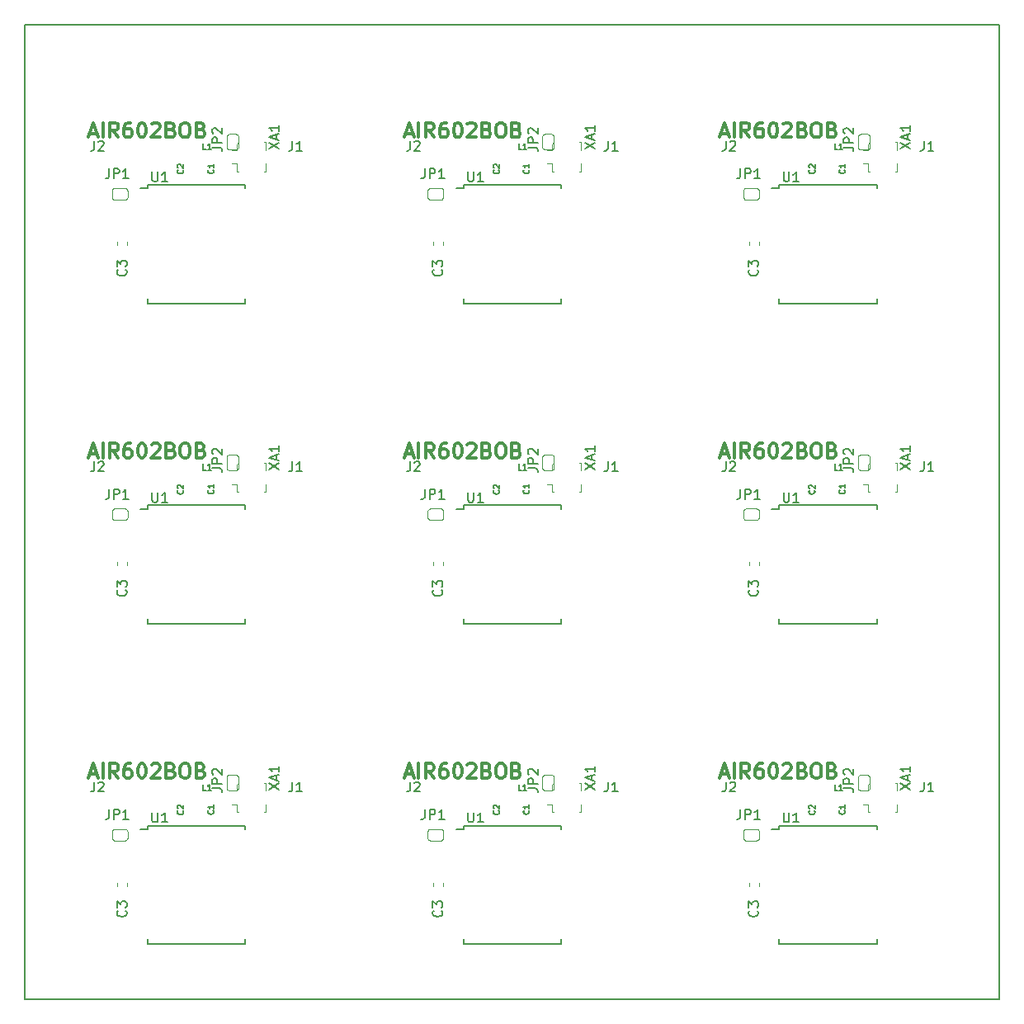
<source format=gto>
%FSTAX23Y23*%
%MOIN*%
%SFA1B1*%

%IPPOS*%
%ADD19C,0.005905*%
%ADD20C,0.011811*%
%ADD21C,0.004724*%
%ADD22C,0.043386*%
%ADD23C,0.023701*%
%ADD24O,0.070945X0.070945*%
%ADD25R,0.070945X0.070945*%
%ADD29C,0.015748*%
%ADD39C,0.035512*%
%ADD40R,0.090630X0.045354*%
%ADD41R,0.043386X0.043386*%
%ADD42C,0.041417*%
%ADD43C,0.027244*%
%ADD44C,0.005000*%
G54D20*
X00261Y00909D02*
X00289D01*
G54D44*
X0Y0D02*
X03936D01*
Y03936*
X0*
Y0*
G54D20*
X00255Y00892D02*
X00275Y00951D01*
X00295Y00892*
X00315D02*
Y00951D01*
X00376Y00892D02*
X00357Y0092D01*
X00343Y00892D02*
Y00951D01*
X00365*
X00371Y00948*
X00374Y00945*
X00376Y0094*
Y00931*
X00374Y00926*
X00371Y00923*
X00365Y0092*
X00343*
X00427Y00951D02*
X00416D01*
X0041Y00948*
X00407Y00945*
X00402Y00937*
X00399Y00926*
Y00903*
X00402Y00898*
X00405Y00895*
X0041Y00892*
X00421*
X00427Y00895*
X0043Y00898*
X00433Y00903*
Y00917*
X0043Y00923*
X00427Y00926*
X00421Y00928*
X0041*
X00405Y00926*
X00402Y00923*
X00399Y00917*
X00469Y00951D02*
X00475D01*
X0048Y00948*
X00483Y00945*
X00486Y0094*
X00489Y00928*
Y00914*
X00486Y00903*
X00483Y00898*
X0048Y00895*
X00475Y00892*
X00469*
X00464Y00895*
X00461Y00898*
X00458Y00903*
X00455Y00914*
Y00928*
X00458Y0094*
X00461Y00945*
X00464Y00948*
X00469Y00951*
X00511Y00945D02*
X00514Y00948D01*
X0052Y00951*
X00534*
X0054Y00948*
X00542Y00945*
X00545Y0094*
Y00934*
X00542Y00926*
X00509Y00892*
X00545*
X0059Y00923D02*
X00599Y0092D01*
X00601Y00917*
X00604Y00912*
Y00903*
X00601Y00898*
X00599Y00895*
X00593Y00892*
X0057*
Y00951*
X0059*
X00596Y00948*
X00599Y00945*
X00601Y0094*
Y00934*
X00599Y00928*
X00596Y00926*
X0059Y00923*
X0057*
X00641Y00951D02*
X00652D01*
X00658Y00948*
X00663Y00943*
X00666Y00931*
Y00912*
X00663Y009*
X00658Y00895*
X00652Y00892*
X00641*
X00635Y00895*
X00629Y009*
X00627Y00912*
Y00931*
X00629Y00943*
X00635Y00948*
X00641Y00951*
X00711Y00923D02*
X00719Y0092D01*
X00722Y00917*
X00725Y00912*
Y00903*
X00722Y00898*
X00719Y00895*
X00714Y00892*
X00691*
Y00951*
X00711*
X00717Y00948*
X00719Y00945*
X00722Y0094*
Y00934*
X00719Y00928*
X00717Y00926*
X00711Y00923*
X00691*
G54D21*
X00814Y00854D02*
Y00893D01*
X00826Y00905D02*
X0085D01*
X00862Y00893D02*
Y00854D01*
X0085Y00842D02*
X00826D01*
D01*
X00825Y00842*
X00825Y00842*
X00824Y00842*
X00823Y00843*
X00822Y00843*
X00821Y00843*
X00821Y00843*
X0082Y00844*
X00819Y00844*
X00819Y00845*
X00818Y00845*
X00818Y00846*
X00817Y00847*
X00816Y00847*
X00816Y00848*
X00816Y00849*
X00815Y00849*
X00815Y0085*
X00815Y00851*
X00815Y00852*
X00815Y00853*
X00814Y00854*
X00814Y00854*
X00862D02*
D01*
X00862Y00853*
X00862Y00852*
X00861Y00851*
X00861Y00851*
X00861Y0085*
X00861Y00849*
X0086Y00848*
X0086Y00848*
X00859Y00847*
X00859Y00846*
X00858Y00846*
X00858Y00845*
X00857Y00845*
X00857Y00844*
X00856Y00844*
X00855Y00843*
X00854Y00843*
X00854Y00843*
X00853Y00842*
X00852Y00842*
X00851Y00842*
X0085Y00842*
X0085Y00842*
Y00905D02*
D01*
X00851Y00905*
X00852Y00905*
X00852Y00905*
X00853Y00905*
X00854Y00904*
X00855Y00904*
X00855Y00904*
X00856Y00903*
X00857Y00903*
X00858Y00902*
X00858Y00902*
X00859Y00901*
X00859Y00901*
X0086Y009*
X0086Y00899*
X00861Y00898*
X00861Y00898*
X00861Y00897*
X00861Y00896*
X00862Y00895*
X00862Y00895*
X00862Y00894*
X00862Y00893*
X00814D02*
D01*
X00815Y00894*
X00815Y00895*
X00815Y00896*
X00815Y00897*
X00815Y00897*
X00816Y00898*
X00816Y00899*
X00816Y009*
X00817Y009*
X00817Y00901*
X00818Y00901*
X00818Y00902*
X00819Y00903*
X0082Y00903*
X0082Y00904*
X00821Y00904*
X00822Y00904*
X00823Y00905*
X00823Y00905*
X00824Y00905*
X00825Y00905*
X00826Y00905*
X00826Y00905*
X00363Y0064D02*
D01*
X00362Y0064*
X00361Y0064*
X0036Y0064*
X00359Y0064*
X00359Y00641*
X00358Y00641*
X00357Y00641*
X00356Y00642*
X00356Y00642*
X00355Y00643*
X00354Y00643*
X00354Y00644*
X00353Y00645*
X00353Y00645*
X00352Y00646*
X00352Y00647*
X00352Y00647*
X00351Y00648*
X00351Y00649*
X00351Y0065*
X00351Y00651*
X00351Y00651*
X00351Y00652*
Y00675D02*
D01*
X00351Y00676*
X00351Y00677*
X00351Y00678*
X00351Y00679*
X00352Y00679*
X00352Y0068*
X00352Y00681*
X00353Y00682*
X00353Y00682*
X00354Y00683*
X00354Y00684*
X00355Y00684*
X00355Y00685*
X00356Y00685*
X00357Y00686*
X00357Y00686*
X00358Y00686*
X00359Y00687*
X0036Y00687*
X00361Y00687*
X00361Y00687*
X00362Y00687*
X00363Y00687*
X00402D02*
D01*
X00403Y00687*
X00404Y00687*
X00404Y00687*
X00405Y00687*
X00406Y00687*
X00407Y00686*
X00408Y00686*
X00408Y00685*
X00409Y00685*
X0041Y00684*
X0041Y00684*
X00411Y00683*
X00411Y00683*
X00412Y00682*
X00412Y00681*
X00413Y00681*
X00413Y0068*
X00413Y00679*
X00413Y00678*
X00414Y00677*
X00414Y00677*
X00414Y00676*
X00414Y00675*
Y00652D02*
D01*
X00414Y00651*
X00414Y0065*
X00414Y00649*
X00413Y00649*
X00413Y00648*
X00413Y00647*
X00412Y00646*
X00412Y00646*
X00412Y00645*
X00411Y00644*
X00411Y00644*
X0041Y00643*
X00409Y00642*
X00409Y00642*
X00408Y00642*
X00407Y00641*
X00406Y00641*
X00406Y00641*
X00405Y0064*
X00404Y0064*
X00403Y0064*
X00402Y0064*
X00402Y0064*
X00414Y00675D02*
Y00652D01*
X00363Y00687D02*
X00402D01*
X00351Y00652D02*
Y00675D01*
X00402Y0064D02*
X00363D01*
X00854Y00786D02*
X00834D01*
X00854Y00841D02*
X00834D01*
X00854D02*
Y00865D01*
X00862Y00873D01*
Y00755D02*
X00854D01*
Y00786D01*
X00972D02*
Y00755D01*
X00964D01*
Y00873D02*
X00972D01*
Y00841D01*
X00373Y00457D02*
Y0047D01*
X00413Y00457D02*
Y0047D01*
G54D19*
X00496Y007D02*
X0089D01*
X00496Y00221D02*
X0089D01*
X00496D02*
Y00241D01*
X0089Y00221D02*
Y00241D01*
Y007D02*
Y00686D01*
X00496Y007D02*
Y00686D01*
X00465D01*
X00757Y00851D02*
X00785D01*
X0079Y00849*
X00794Y00845*
X00796Y0084*
Y00836*
Y0087D02*
X00757D01*
Y00885*
X00758Y00888*
X0076Y0089*
X00764Y00892*
X0077*
X00773Y0089*
X00775Y00888*
X00777Y00885*
Y0087*
X0076Y00907D02*
X00758Y00909D01*
X00757Y00913*
Y00922*
X00758Y00926*
X0076Y00928*
X00764Y0093*
X00768*
X00773Y00928*
X00796Y00905*
Y0093*
X0034Y00766D02*
Y00738D01*
X00338Y00732*
X00334Y00728*
X00328Y00726*
X00325*
X00358D02*
Y00766D01*
X00373*
X00377Y00764*
X00379Y00762*
X00381Y00758*
Y00753*
X00379Y00749*
X00377Y00747*
X00373Y00745*
X00358*
X00418Y00726D02*
X00396D01*
X00407D02*
Y00766D01*
X00403Y0076*
X004Y00756*
X00396Y00755*
X00987Y00845D02*
X01026Y00871D01*
X00987D02*
X01026Y00845D01*
X01015Y00884D02*
Y00903D01*
X01026Y0088D02*
X00987Y00894D01*
X01026Y00907*
Y0094D02*
Y00918D01*
Y00929D02*
X00987D01*
X00992Y00925*
X00996Y00922*
X00998Y00918*
X00407Y00357D02*
X00409Y00355D01*
X00411Y0035*
Y00346*
X00409Y0034*
X00405Y00336*
X00402Y00335*
X00394Y00333*
X00388*
X00381Y00335*
X00377Y00336*
X00373Y0034*
X00372Y00346*
Y0035*
X00373Y00355*
X00375Y00357*
X00372Y0037D02*
Y00395D01*
X00387Y00381*
Y00387*
X00388Y00391*
X0039Y00393*
X00394Y00395*
X00403*
X00407Y00393*
X00409Y00391*
X00411Y00387*
Y00376*
X00409Y00372*
X00407Y0037*
X00638Y00761D02*
X00639Y00759D01*
X0064Y00756*
Y00754*
X00639Y0075*
X00636Y00748*
X00634Y00747*
X0063Y00746*
X00626*
X00622Y00747*
X0062Y00748*
X00617Y0075*
X00616Y00754*
Y00756*
X00617Y00759*
X00618Y00761*
Y0077D02*
X00617Y00771D01*
X00616Y00773*
Y00779*
X00617Y00781*
X00618Y00782*
X00621Y00783*
X00623*
X00626Y00782*
X0064Y00768*
Y00783*
X0076Y00761D02*
X00761Y0076D01*
X00762Y00757*
Y00755*
X00761Y00751*
X00758Y00749*
X00756Y00748*
X00752Y00747*
X00748*
X00744Y00748*
X00742Y00749*
X00739Y00751*
X00738Y00755*
Y00757*
X00739Y0076*
X0074Y00761*
X00762Y00784D02*
Y0077D01*
Y00777D02*
X00738D01*
X00742Y00775*
X00744Y00773*
X00745Y0077*
X0028Y00877D02*
Y00849D01*
X00278Y00843*
X00274Y00839*
X00269Y00838*
X00265*
X00297Y00873D02*
X00299Y00875D01*
X00302Y00877*
X00312*
X00316Y00875*
X00317Y00873*
X00319Y00869*
Y00866*
X00317Y0086*
X00295Y00838*
X00319*
X0108Y00877D02*
Y00849D01*
X01078Y00843*
X01074Y00839*
X01069Y00838*
X01065*
X01119D02*
X01097D01*
X01108D02*
Y00877D01*
X01104Y00871*
X01101Y00868*
X01097Y00866*
X00731Y00843D02*
X0072D01*
Y00867*
X00751Y00843D02*
X00738D01*
X00745D02*
Y00867D01*
X00742Y00864*
X0074Y00861*
X00738Y0086*
X00513Y00753D02*
Y00721D01*
X00515Y00717*
X00517Y00715*
X00521Y00714*
X00528*
X00532Y00715*
X00534Y00717*
X00536Y00721*
Y00753*
X00575Y00714D02*
X00552D01*
X00564D02*
Y00753D01*
X0056Y00747*
X00556Y00744*
X00552Y00742*
G54D20*
X01537Y00909D02*
X01565D01*
X01531Y00892D02*
X01551Y00951D01*
X01571Y00892*
X0159D02*
Y00951D01*
X01652Y00892D02*
X01633Y0092D01*
X01619Y00892D02*
Y00951D01*
X01641*
X01647Y00948*
X01649Y00945*
X01652Y0094*
Y00931*
X01649Y00926*
X01647Y00923*
X01641Y0092*
X01619*
X01703Y00951D02*
X01692D01*
X01686Y00948*
X01683Y00945*
X01678Y00937*
X01675Y00926*
Y00903*
X01678Y00898*
X0168Y00895*
X01686Y00892*
X01697*
X01703Y00895*
X01706Y00898*
X01708Y00903*
Y00917*
X01706Y00923*
X01703Y00926*
X01697Y00928*
X01686*
X0168Y00926*
X01678Y00923*
X01675Y00917*
X01745Y00951D02*
X01751D01*
X01756Y00948*
X01759Y00945*
X01762Y0094*
X01765Y00928*
Y00914*
X01762Y00903*
X01759Y00898*
X01756Y00895*
X01751Y00892*
X01745*
X01739Y00895*
X01737Y00898*
X01734Y00903*
X01731Y00914*
Y00928*
X01734Y0094*
X01737Y00945*
X01739Y00948*
X01745Y00951*
X01787Y00945D02*
X0179Y00948D01*
X01796Y00951*
X0181*
X01815Y00948*
X01818Y00945*
X01821Y0094*
Y00934*
X01818Y00926*
X01784Y00892*
X01821*
X01866Y00923D02*
X01874Y0092D01*
X01877Y00917*
X0188Y00912*
Y00903*
X01877Y00898*
X01874Y00895*
X01869Y00892*
X01846*
Y00951*
X01866*
X01872Y00948*
X01874Y00945*
X01877Y0094*
Y00934*
X01874Y00928*
X01872Y00926*
X01866Y00923*
X01846*
X01917Y00951D02*
X01928D01*
X01933Y00948*
X01939Y00943*
X01942Y00931*
Y00912*
X01939Y009*
X01933Y00895*
X01928Y00892*
X01917*
X01911Y00895*
X01905Y009*
X01903Y00912*
Y00931*
X01905Y00943*
X01911Y00948*
X01917Y00951*
X01986Y00923D02*
X01994Y0092D01*
X01997Y00917*
X02Y00912*
Y00903*
X01997Y00898*
X01994Y00895*
X01989Y00892*
X01967*
Y00951*
X01986*
X01992Y00948*
X01994Y00945*
X01997Y0094*
Y00934*
X01994Y00928*
X01992Y00926*
X01986Y00923*
X01967*
G54D21*
X02089Y00854D02*
Y00893D01*
X02101Y00905D02*
X02125D01*
X02137Y00893D02*
Y00854D01*
X02125Y00842D02*
X02101D01*
D01*
X021Y00842*
X02099Y00842*
X02099Y00842*
X02098Y00843*
X02097Y00843*
X02096Y00843*
X02096Y00843*
X02095Y00844*
X02094Y00844*
X02094Y00845*
X02093Y00845*
X02092Y00846*
X02092Y00847*
X02091Y00847*
X02091Y00848*
X02091Y00849*
X0209Y00849*
X0209Y0085*
X0209Y00851*
X0209Y00852*
X02089Y00853*
X02089Y00854*
X02089Y00854*
X02137D02*
D01*
X02137Y00853*
X02136Y00852*
X02136Y00851*
X02136Y00851*
X02136Y0085*
X02136Y00849*
X02135Y00848*
X02135Y00848*
X02134Y00847*
X02134Y00846*
X02133Y00846*
X02133Y00845*
X02132Y00845*
X02131Y00844*
X02131Y00844*
X0213Y00843*
X02129Y00843*
X02128Y00843*
X02128Y00842*
X02127Y00842*
X02126Y00842*
X02125Y00842*
X02125Y00842*
Y00905D02*
D01*
X02126Y00905*
X02126Y00905*
X02127Y00905*
X02128Y00905*
X02129Y00904*
X0213Y00904*
X0213Y00904*
X02131Y00903*
X02132Y00903*
X02132Y00902*
X02133Y00902*
X02134Y00901*
X02134Y00901*
X02135Y009*
X02135Y00899*
X02135Y00898*
X02136Y00898*
X02136Y00897*
X02136Y00896*
X02136Y00895*
X02137Y00895*
X02137Y00894*
X02137Y00893*
X02089D02*
D01*
X02089Y00894*
X02089Y00895*
X0209Y00896*
X0209Y00897*
X0209Y00897*
X0209Y00898*
X02091Y00899*
X02091Y009*
X02092Y009*
X02092Y00901*
X02093Y00901*
X02093Y00902*
X02094Y00903*
X02095Y00903*
X02095Y00904*
X02096Y00904*
X02097Y00904*
X02097Y00905*
X02098Y00905*
X02099Y00905*
X021Y00905*
X02101Y00905*
X02101Y00905*
X01639Y0064D02*
D01*
X01638Y0064*
X01637Y0064*
X01636Y0064*
X01635Y0064*
X01634Y00641*
X01634Y00641*
X01633Y00641*
X01632Y00642*
X01632Y00642*
X01631Y00643*
X0163Y00643*
X0163Y00644*
X01629Y00645*
X01629Y00645*
X01628Y00646*
X01628Y00647*
X01628Y00647*
X01627Y00648*
X01627Y00649*
X01627Y0065*
X01627Y00651*
X01627Y00651*
X01627Y00652*
Y00675D02*
D01*
X01627Y00676*
X01627Y00677*
X01627Y00678*
X01627Y00679*
X01627Y00679*
X01628Y0068*
X01628Y00681*
X01629Y00682*
X01629Y00682*
X01629Y00683*
X0163Y00684*
X01631Y00684*
X01631Y00685*
X01632Y00685*
X01633Y00686*
X01633Y00686*
X01634Y00686*
X01635Y00687*
X01636Y00687*
X01636Y00687*
X01637Y00687*
X01638Y00687*
X01639Y00687*
X01678D02*
D01*
X01679Y00687*
X0168Y00687*
X0168Y00687*
X01681Y00687*
X01682Y00687*
X01683Y00686*
X01683Y00686*
X01684Y00685*
X01685Y00685*
X01685Y00684*
X01686Y00684*
X01687Y00683*
X01687Y00683*
X01688Y00682*
X01688Y00681*
X01689Y00681*
X01689Y0068*
X01689Y00679*
X01689Y00678*
X0169Y00677*
X0169Y00677*
X0169Y00676*
X0169Y00675*
Y00652D02*
D01*
X0169Y00651*
X0169Y0065*
X01689Y00649*
X01689Y00649*
X01689Y00648*
X01689Y00647*
X01688Y00646*
X01688Y00646*
X01687Y00645*
X01687Y00644*
X01686Y00644*
X01686Y00643*
X01685Y00642*
X01684Y00642*
X01684Y00642*
X01683Y00641*
X01682Y00641*
X01682Y00641*
X01681Y0064*
X0168Y0064*
X01679Y0064*
X01678Y0064*
X01678Y0064*
X0169Y00675D02*
Y00652D01*
X01639Y00687D02*
X01678D01*
X01627Y00652D02*
Y00675D01*
X01678Y0064D02*
X01639D01*
X02129Y00786D02*
X02109D01*
X02129Y00841D02*
X02109D01*
X02129D02*
Y00865D01*
X02137Y00873D01*
Y00755D02*
X02129D01*
Y00786D01*
X02247D02*
Y00755D01*
X02239D01*
Y00873D02*
X02247D01*
Y00841D01*
X01649Y00457D02*
Y0047D01*
X01689Y00457D02*
Y0047D01*
G54D19*
X01772Y007D02*
X02165D01*
X01772Y00221D02*
X02165D01*
X01772D02*
Y00241D01*
X02165Y00221D02*
Y00241D01*
Y007D02*
Y00686D01*
X01772Y007D02*
Y00686D01*
X01741D01*
X02031Y00851D02*
X0206D01*
X02065Y00849*
X02069Y00845*
X02071Y0084*
Y00836*
Y0087D02*
X02031D01*
Y00885*
X02033Y00888*
X02035Y0089*
X02039Y00892*
X02045*
X02048Y0089*
X0205Y00888*
X02052Y00885*
Y0087*
X02035Y00907D02*
X02033Y00909D01*
X02031Y00913*
Y00922*
X02033Y00926*
X02035Y00928*
X02039Y0093*
X02043*
X02048Y00928*
X02071Y00905*
Y0093*
X01615Y00766D02*
Y00738D01*
X01614Y00732*
X0161Y00728*
X01604Y00726*
X016*
X01634D02*
Y00766D01*
X01649*
X01653Y00764*
X01655Y00762*
X01657Y00758*
Y00753*
X01655Y00749*
X01653Y00747*
X01649Y00745*
X01634*
X01694Y00726D02*
X01672D01*
X01683D02*
Y00766D01*
X01679Y0076*
X01675Y00756*
X01672Y00755*
X02261Y00845D02*
X02301Y00871D01*
X02261D02*
X02301Y00845D01*
X0229Y00884D02*
Y00903D01*
X02301Y0088D02*
X02261Y00894D01*
X02301Y00907*
Y0094D02*
Y00918D01*
Y00929D02*
X02261D01*
X02267Y00925*
X02271Y00922*
X02273Y00918*
X01683Y00357D02*
X01685Y00355D01*
X01687Y0035*
Y00346*
X01685Y0034*
X01681Y00336*
X01677Y00335*
X0167Y00333*
X01664*
X01657Y00335*
X01653Y00336*
X01649Y0034*
X01647Y00346*
Y0035*
X01649Y00355*
X01651Y00357*
X01647Y0037D02*
Y00395D01*
X01662Y00381*
Y00387*
X01664Y00391*
X01666Y00393*
X0167Y00395*
X01679*
X01683Y00393*
X01685Y00391*
X01687Y00387*
Y00376*
X01685Y00372*
X01683Y0037*
X01913Y00761D02*
X01915Y00759D01*
X01916Y00756*
Y00754*
X01915Y0075*
X01912Y00748*
X0191Y00747*
X01906Y00746*
X01902*
X01898Y00747*
X01895Y00748*
X01893Y0075*
X01892Y00754*
Y00756*
X01893Y00759*
X01894Y00761*
Y0077D02*
X01893Y00771D01*
X01892Y00773*
Y00779*
X01893Y00781*
X01894Y00782*
X01897Y00783*
X01899*
X01902Y00782*
X01916Y00768*
Y00783*
X02034Y00761D02*
X02036Y0076D01*
X02037Y00757*
Y00755*
X02036Y00751*
X02033Y00749*
X02031Y00748*
X02027Y00747*
X02023*
X02019Y00748*
X02016Y00749*
X02014Y00751*
X02013Y00755*
Y00757*
X02014Y0076*
X02015Y00761*
X02037Y00784D02*
Y0077D01*
Y00777D02*
X02013D01*
X02016Y00775*
X02019Y00773*
X0202Y0077*
X01556Y00877D02*
Y00849D01*
X01554Y00843*
X0155Y00839*
X01545Y00838*
X01541*
X01573Y00873D02*
X01575Y00875D01*
X01578Y00877*
X01588*
X01591Y00875*
X01593Y00873*
X01595Y00869*
Y00866*
X01593Y0086*
X01571Y00838*
X01595*
X02355Y00877D02*
Y00849D01*
X02353Y00843*
X02349Y00839*
X02344Y00838*
X0234*
X02394D02*
X02372D01*
X02383D02*
Y00877D01*
X02379Y00871*
X02375Y00868*
X02372Y00866*
X02006Y00843D02*
X01995D01*
Y00867*
X02026Y00843D02*
X02013D01*
X0202D02*
Y00867D01*
X02017Y00864*
X02015Y00861*
X02013Y0086*
X01789Y00753D02*
Y00721D01*
X01791Y00717*
X01793Y00715*
X01796Y00714*
X01804*
X01808Y00715*
X0181Y00717*
X01811Y00721*
Y00753*
X01851Y00714D02*
X01828D01*
X0184D02*
Y00753D01*
X01836Y00747*
X01832Y00744*
X01828Y00742*
G54D20*
X02812Y00909D02*
X0284D01*
X02806Y00892D02*
X02826Y00951D01*
X02846Y00892*
X02865D02*
Y00951D01*
X02927Y00892D02*
X02907Y0092D01*
X02893Y00892D02*
Y00951D01*
X02916*
X02921Y00948*
X02924Y00945*
X02927Y0094*
Y00931*
X02924Y00926*
X02921Y00923*
X02916Y0092*
X02893*
X02978Y00951D02*
X02966D01*
X02961Y00948*
X02958Y00945*
X02952Y00937*
X0295Y00926*
Y00903*
X02952Y00898*
X02955Y00895*
X02961Y00892*
X02972*
X02978Y00895*
X02981Y00898*
X02983Y00903*
Y00917*
X02981Y00923*
X02978Y00926*
X02972Y00928*
X02961*
X02955Y00926*
X02952Y00923*
X0295Y00917*
X0302Y00951D02*
X03026D01*
X03031Y00948*
X03034Y00945*
X03037Y0094*
X0304Y00928*
Y00914*
X03037Y00903*
X03034Y00898*
X03031Y00895*
X03026Y00892*
X0302*
X03014Y00895*
X03011Y00898*
X03009Y00903*
X03006Y00914*
Y00928*
X03009Y0094*
X03011Y00945*
X03014Y00948*
X0302Y00951*
X03062Y00945D02*
X03065Y00948D01*
X03071Y00951*
X03085*
X0309Y00948*
X03093Y00945*
X03096Y0094*
Y00934*
X03093Y00926*
X03059Y00892*
X03096*
X03141Y00923D02*
X03149Y0092D01*
X03152Y00917*
X03155Y00912*
Y00903*
X03152Y00898*
X03149Y00895*
X03144Y00892*
X03121*
Y00951*
X03141*
X03146Y00948*
X03149Y00945*
X03152Y0094*
Y00934*
X03149Y00928*
X03146Y00926*
X03141Y00923*
X03121*
X03191Y00951D02*
X03203D01*
X03208Y00948*
X03214Y00943*
X03217Y00931*
Y00912*
X03214Y009*
X03208Y00895*
X03203Y00892*
X03191*
X03186Y00895*
X0318Y009*
X03177Y00912*
Y00931*
X0318Y00943*
X03186Y00948*
X03191Y00951*
X03262Y00923D02*
X0327Y0092D01*
X03273Y00917*
X03276Y00912*
Y00903*
X03273Y00898*
X0327Y00895*
X03265Y00892*
X03242*
Y00951*
X03262*
X03267Y00948*
X0327Y00945*
X03273Y0094*
Y00934*
X0327Y00928*
X03267Y00926*
X03262Y00923*
X03242*
G54D21*
X03365Y00854D02*
Y00893D01*
X03377Y00905D02*
X03401D01*
X03412Y00893D02*
Y00854D01*
X03401Y00842D02*
X03377D01*
D01*
X03376Y00842*
X03375Y00842*
X03375Y00842*
X03374Y00843*
X03373Y00843*
X03372Y00843*
X03371Y00843*
X03371Y00844*
X0337Y00844*
X03369Y00845*
X03369Y00845*
X03368Y00846*
X03368Y00847*
X03367Y00847*
X03367Y00848*
X03366Y00849*
X03366Y00849*
X03366Y0085*
X03366Y00851*
X03365Y00852*
X03365Y00853*
X03365Y00854*
X03365Y00854*
X03412D02*
D01*
X03412Y00853*
X03412Y00852*
X03412Y00851*
X03412Y00851*
X03412Y0085*
X03411Y00849*
X03411Y00848*
X03411Y00848*
X0341Y00847*
X0341Y00846*
X03409Y00846*
X03409Y00845*
X03408Y00845*
X03407Y00844*
X03407Y00844*
X03406Y00843*
X03405Y00843*
X03404Y00843*
X03403Y00842*
X03403Y00842*
X03402Y00842*
X03401Y00842*
X03401Y00842*
Y00905D02*
D01*
X03401Y00905*
X03402Y00905*
X03403Y00905*
X03404Y00905*
X03405Y00904*
X03405Y00904*
X03406Y00904*
X03407Y00903*
X03408Y00903*
X03408Y00902*
X03409Y00902*
X03409Y00901*
X0341Y00901*
X0341Y009*
X03411Y00899*
X03411Y00898*
X03412Y00898*
X03412Y00897*
X03412Y00896*
X03412Y00895*
X03412Y00895*
X03412Y00894*
X03412Y00893*
X03365D02*
D01*
X03365Y00894*
X03365Y00895*
X03365Y00896*
X03366Y00897*
X03366Y00897*
X03366Y00898*
X03367Y00899*
X03367Y009*
X03367Y009*
X03368Y00901*
X03368Y00901*
X03369Y00902*
X0337Y00903*
X0337Y00903*
X03371Y00904*
X03372Y00904*
X03373Y00904*
X03373Y00905*
X03374Y00905*
X03375Y00905*
X03376Y00905*
X03377Y00905*
X03377Y00905*
X02913Y0064D02*
D01*
X02913Y0064*
X02912Y0064*
X02911Y0064*
X0291Y0064*
X02909Y00641*
X02909Y00641*
X02908Y00641*
X02907Y00642*
X02906Y00642*
X02906Y00643*
X02905Y00643*
X02905Y00644*
X02904Y00645*
X02904Y00645*
X02903Y00646*
X02903Y00647*
X02902Y00647*
X02902Y00648*
X02902Y00649*
X02902Y0065*
X02902Y00651*
X02902Y00651*
X02902Y00652*
Y00675D02*
D01*
X02902Y00676*
X02902Y00677*
X02902Y00678*
X02902Y00679*
X02902Y00679*
X02903Y0068*
X02903Y00681*
X02903Y00682*
X02904Y00682*
X02904Y00683*
X02905Y00684*
X02905Y00684*
X02906Y00685*
X02907Y00685*
X02907Y00686*
X02908Y00686*
X02909Y00686*
X0291Y00687*
X02911Y00687*
X02911Y00687*
X02912Y00687*
X02913Y00687*
X02913Y00687*
X02953D02*
D01*
X02954Y00687*
X02954Y00687*
X02955Y00687*
X02956Y00687*
X02957Y00687*
X02958Y00686*
X02958Y00686*
X02959Y00685*
X0296Y00685*
X0296Y00684*
X02961Y00684*
X02962Y00683*
X02962Y00683*
X02963Y00682*
X02963Y00681*
X02963Y00681*
X02964Y0068*
X02964Y00679*
X02964Y00678*
X02964Y00677*
X02964Y00677*
X02965Y00676*
X02965Y00675*
Y00652D02*
D01*
X02965Y00651*
X02964Y0065*
X02964Y00649*
X02964Y00649*
X02964Y00648*
X02964Y00647*
X02963Y00646*
X02963Y00646*
X02962Y00645*
X02962Y00644*
X02961Y00644*
X02961Y00643*
X0296Y00642*
X02959Y00642*
X02959Y00642*
X02958Y00641*
X02957Y00641*
X02956Y00641*
X02956Y0064*
X02955Y0064*
X02954Y0064*
X02953Y0064*
X02953Y0064*
X02965Y00675D02*
Y00652D01*
X02913Y00687D02*
X02953D01*
X02902Y00652D02*
Y00675D01*
X02953Y0064D02*
X02913D01*
X03405Y00786D02*
X03385D01*
X03405Y00841D02*
X03385D01*
X03405D02*
Y00865D01*
X03413Y00873D01*
Y00755D02*
X03405D01*
Y00786D01*
X03523D02*
Y00755D01*
X03515D01*
Y00873D02*
X03523D01*
Y00841D01*
X02924Y00457D02*
Y0047D01*
X02964Y00457D02*
Y0047D01*
G54D19*
X03047Y007D02*
X03441D01*
X03047Y00221D02*
X03441D01*
X03047D02*
Y00241D01*
X03441Y00221D02*
Y00241D01*
Y007D02*
Y00686D01*
X03047Y007D02*
Y00686D01*
X03015D01*
X03307Y00851D02*
X03335D01*
X03341Y00849*
X03345Y00845*
X03347Y0084*
Y00836*
Y0087D02*
X03307D01*
Y00885*
X03309Y00888*
X03311Y0089*
X03315Y00892*
X0332*
X03324Y0089*
X03326Y00888*
X03328Y00885*
Y0087*
X03311Y00907D02*
X03309Y00909D01*
X03307Y00913*
Y00922*
X03309Y00926*
X03311Y00928*
X03315Y0093*
X03318*
X03324Y00928*
X03347Y00905*
Y0093*
X0289Y00766D02*
Y00738D01*
X02888Y00732*
X02885Y00728*
X02879Y00726*
X02875*
X02909D02*
Y00766D01*
X02924*
X02928Y00764*
X0293Y00762*
X02931Y00758*
Y00753*
X0293Y00749*
X02928Y00747*
X02924Y00745*
X02909*
X02969Y00726D02*
X02946D01*
X02958D02*
Y00766D01*
X02954Y0076*
X0295Y00756*
X02946Y00755*
X03537Y00845D02*
X03577Y00871D01*
X03537D02*
X03577Y00845D01*
X03565Y00884D02*
Y00903D01*
X03577Y0088D02*
X03537Y00894D01*
X03577Y00907*
Y0094D02*
Y00918D01*
Y00929D02*
X03537D01*
X03543Y00925*
X03547Y00922*
X03548Y00918*
X02958Y00357D02*
X0296Y00355D01*
X02962Y0035*
Y00346*
X0296Y0034*
X02956Y00336*
X02952Y00335*
X02945Y00333*
X02939*
X02932Y00335*
X02928Y00336*
X02924Y0034*
X02922Y00346*
Y0035*
X02924Y00355*
X02926Y00357*
X02922Y0037D02*
Y00395D01*
X02937Y00381*
Y00387*
X02939Y00391*
X02941Y00393*
X02945Y00395*
X02954*
X02958Y00393*
X0296Y00391*
X02962Y00387*
Y00376*
X0296Y00372*
X02958Y0037*
X03188Y00761D02*
X03189Y00759D01*
X03191Y00756*
Y00754*
X03189Y0075*
X03187Y00748*
X03185Y00747*
X0318Y00746*
X03177*
X03173Y00747*
X0317Y00748*
X03168Y0075*
X03167Y00754*
Y00756*
X03168Y00759*
X03169Y00761*
Y0077D02*
X03168Y00771D01*
X03167Y00773*
Y00779*
X03168Y00781*
X03169Y00782*
X03171Y00783*
X03174*
X03177Y00782*
X03191Y00768*
Y00783*
X0331Y00761D02*
X03311Y0076D01*
X03312Y00757*
Y00755*
X03311Y00751*
X03309Y00749*
X03307Y00748*
X03302Y00747*
X03299*
X03294Y00748*
X03292Y00749*
X0329Y00751*
X03289Y00755*
Y00757*
X0329Y0076*
X03291Y00761*
X03312Y00784D02*
Y0077D01*
Y00777D02*
X03289D01*
X03292Y00775*
X03294Y00773*
X03296Y0077*
X02831Y00877D02*
Y00849D01*
X02829Y00843*
X02825Y00839*
X02819Y00838*
X02816*
X02848Y00873D02*
X02849Y00875D01*
X02853Y00877*
X02863*
X02866Y00875*
X02868Y00873*
X0287Y00869*
Y00866*
X02868Y0086*
X02846Y00838*
X0287*
X03631Y00877D02*
Y00849D01*
X03629Y00843*
X03625Y00839*
X03619Y00838*
X03616*
X0367D02*
X03648D01*
X03659D02*
Y00877D01*
X03655Y00871*
X03651Y00868*
X03648Y00866*
X03282Y00843D02*
X03271D01*
Y00867*
X03302Y00843D02*
X03289D01*
X03295D02*
Y00867D01*
X03293Y00864*
X03291Y00861*
X03289Y0086*
X03064Y00753D02*
Y00721D01*
X03066Y00717*
X03068Y00715*
X03071Y00714*
X03079*
X03083Y00715*
X03084Y00717*
X03086Y00721*
Y00753*
X03126Y00714D02*
X03103D01*
X03114D02*
Y00753D01*
X03111Y00747*
X03107Y00744*
X03103Y00742*
G54D20*
X00261Y02203D02*
X00289D01*
X00255Y02186D02*
X00275Y02245D01*
X00295Y02186*
X00315D02*
Y02245D01*
X00376Y02186D02*
X00357Y02214D01*
X00343Y02186D02*
Y02245D01*
X00365*
X00371Y02242*
X00374Y02239*
X00376Y02234*
Y02225*
X00374Y02219*
X00371Y02217*
X00365Y02214*
X00343*
X00427Y02245D02*
X00416D01*
X0041Y02242*
X00407Y02239*
X00402Y02231*
X00399Y02219*
Y02197*
X00402Y02191*
X00405Y02189*
X0041Y02186*
X00421*
X00427Y02189*
X0043Y02191*
X00433Y02197*
Y02211*
X0043Y02217*
X00427Y02219*
X00421Y02222*
X0041*
X00405Y02219*
X00402Y02217*
X00399Y02211*
X00469Y02245D02*
X00475D01*
X0048Y02242*
X00483Y02239*
X00486Y02234*
X00489Y02222*
Y02208*
X00486Y02197*
X00483Y02191*
X0048Y02189*
X00475Y02186*
X00469*
X00464Y02189*
X00461Y02191*
X00458Y02197*
X00455Y02208*
Y02222*
X00458Y02234*
X00461Y02239*
X00464Y02242*
X00469Y02245*
X00511Y02239D02*
X00514Y02242D01*
X0052Y02245*
X00534*
X0054Y02242*
X00542Y02239*
X00545Y02234*
Y02228*
X00542Y02219*
X00509Y02186*
X00545*
X0059Y02217D02*
X00599Y02214D01*
X00601Y02211*
X00604Y02205*
Y02197*
X00601Y02191*
X00599Y02189*
X00593Y02186*
X0057*
Y02245*
X0059*
X00596Y02242*
X00599Y02239*
X00601Y02234*
Y02228*
X00599Y02222*
X00596Y02219*
X0059Y02217*
X0057*
X00641Y02245D02*
X00652D01*
X00658Y02242*
X00663Y02236*
X00666Y02225*
Y02205*
X00663Y02194*
X00658Y02189*
X00652Y02186*
X00641*
X00635Y02189*
X00629Y02194*
X00627Y02205*
Y02225*
X00629Y02236*
X00635Y02242*
X00641Y02245*
X00711Y02217D02*
X00719Y02214D01*
X00722Y02211*
X00725Y02205*
Y02197*
X00722Y02191*
X00719Y02189*
X00714Y02186*
X00691*
Y02245*
X00711*
X00717Y02242*
X00719Y02239*
X00722Y02234*
Y02228*
X00719Y02222*
X00717Y02219*
X00711Y02217*
X00691*
G54D21*
X00814Y02148D02*
Y02187D01*
X00826Y02199D02*
X0085D01*
X00862Y02187D02*
Y02148D01*
X0085Y02136D02*
X00826D01*
D01*
X00825Y02136*
X00825Y02136*
X00824Y02136*
X00823Y02136*
X00822Y02137*
X00821Y02137*
X00821Y02137*
X0082Y02138*
X00819Y02138*
X00819Y02139*
X00818Y02139*
X00818Y0214*
X00817Y0214*
X00816Y02141*
X00816Y02142*
X00816Y02143*
X00815Y02143*
X00815Y02144*
X00815Y02145*
X00815Y02146*
X00815Y02147*
X00814Y02147*
X00814Y02148*
X00862D02*
D01*
X00862Y02147*
X00862Y02146*
X00861Y02145*
X00861Y02145*
X00861Y02144*
X00861Y02143*
X0086Y02142*
X0086Y02142*
X00859Y02141*
X00859Y0214*
X00858Y0214*
X00858Y02139*
X00857Y02138*
X00857Y02138*
X00856Y02138*
X00855Y02137*
X00854Y02137*
X00854Y02137*
X00853Y02136*
X00852Y02136*
X00851Y02136*
X0085Y02136*
X0085Y02136*
Y02199D02*
D01*
X00851Y02199*
X00852Y02199*
X00852Y02199*
X00853Y02198*
X00854Y02198*
X00855Y02198*
X00855Y02198*
X00856Y02197*
X00857Y02197*
X00858Y02196*
X00858Y02196*
X00859Y02195*
X00859Y02194*
X0086Y02194*
X0086Y02193*
X00861Y02192*
X00861Y02192*
X00861Y02191*
X00861Y0219*
X00862Y02189*
X00862Y02188*
X00862Y02188*
X00862Y02187*
X00814D02*
D01*
X00815Y02188*
X00815Y02189*
X00815Y0219*
X00815Y0219*
X00815Y02191*
X00816Y02192*
X00816Y02193*
X00816Y02193*
X00817Y02194*
X00817Y02195*
X00818Y02195*
X00818Y02196*
X00819Y02196*
X0082Y02197*
X0082Y02197*
X00821Y02198*
X00822Y02198*
X00823Y02198*
X00823Y02199*
X00824Y02199*
X00825Y02199*
X00826Y02199*
X00826Y02199*
X00363Y01935D02*
D01*
X00362Y01935*
X00361Y01935*
X0036Y01935*
X00359Y01935*
X00359Y01936*
X00358Y01936*
X00357Y01936*
X00356Y01937*
X00356Y01937*
X00355Y01938*
X00354Y01938*
X00354Y01939*
X00353Y01939*
X00353Y0194*
X00352Y01941*
X00352Y01941*
X00352Y01942*
X00351Y01943*
X00351Y01944*
X00351Y01945*
X00351Y01945*
X00351Y01946*
X00351Y01947*
Y01969D02*
D01*
X00351Y0197*
X00351Y01971*
X00351Y01972*
X00351Y01973*
X00352Y01973*
X00352Y01974*
X00352Y01975*
X00353Y01976*
X00353Y01976*
X00354Y01977*
X00354Y01977*
X00355Y01978*
X00355Y01979*
X00356Y01979*
X00357Y01979*
X00357Y0198*
X00358Y0198*
X00359Y0198*
X0036Y01981*
X00361Y01981*
X00361Y01981*
X00362Y01981*
X00363Y01981*
X00402D02*
D01*
X00403Y01981*
X00404Y01981*
X00404Y01981*
X00405Y01981*
X00406Y0198*
X00407Y0198*
X00408Y0198*
X00408Y01979*
X00409Y01979*
X0041Y01978*
X0041Y01978*
X00411Y01977*
X00411Y01977*
X00412Y01976*
X00412Y01975*
X00413Y01974*
X00413Y01974*
X00413Y01973*
X00413Y01972*
X00414Y01971*
X00414Y0197*
X00414Y0197*
X00414Y01969*
Y01947D02*
D01*
X00414Y01946*
X00414Y01945*
X00414Y01944*
X00413Y01943*
X00413Y01943*
X00413Y01942*
X00412Y01941*
X00412Y0194*
X00412Y0194*
X00411Y01939*
X00411Y01938*
X0041Y01938*
X00409Y01937*
X00409Y01937*
X00408Y01936*
X00407Y01936*
X00406Y01936*
X00406Y01935*
X00405Y01935*
X00404Y01935*
X00403Y01935*
X00402Y01935*
X00402Y01935*
X00414Y01969D02*
Y01947D01*
X00363Y01981D02*
X00402D01*
X00351Y01947D02*
Y01969D01*
X00402Y01935D02*
X00363D01*
X00854Y0208D02*
X00834D01*
X00854Y02135D02*
X00834D01*
X00854D02*
Y02159D01*
X00862Y02167D01*
Y02048D02*
X00854D01*
Y0208D01*
X00972D02*
Y02048D01*
X00964D01*
Y02167D02*
X00972D01*
Y02135D01*
X00373Y01752D02*
Y01765D01*
X00413Y01752D02*
Y01765D01*
G54D19*
X00496Y01994D02*
X0089D01*
X00496Y01516D02*
X0089D01*
X00496D02*
Y01536D01*
X0089Y01516D02*
Y01536D01*
Y01994D02*
Y0198D01*
X00496Y01994D02*
Y0198D01*
X00465D01*
X00757Y02145D02*
X00785D01*
X0079Y02143*
X00794Y02139*
X00796Y02133*
Y0213*
Y02163D02*
X00757D01*
Y02178*
X00758Y02182*
X0076Y02184*
X00764Y02186*
X0077*
X00773Y02184*
X00775Y02182*
X00777Y02178*
Y02163*
X0076Y02201D02*
X00758Y02203D01*
X00757Y02207*
Y02216*
X00758Y0222*
X0076Y02222*
X00764Y02223*
X00768*
X00773Y02222*
X00796Y02199*
Y02223*
X0034Y0206D02*
Y02032D01*
X00338Y02026*
X00334Y02022*
X00328Y0202*
X00325*
X00358D02*
Y0206D01*
X00373*
X00377Y02058*
X00379Y02056*
X00381Y02052*
Y02047*
X00379Y02043*
X00377Y02041*
X00373Y02039*
X00358*
X00418Y0202D02*
X00396D01*
X00407D02*
Y0206D01*
X00403Y02054*
X004Y0205*
X00396Y02048*
X00987Y02139D02*
X01026Y02165D01*
X00987D02*
X01026Y02139D01*
X01015Y02178D02*
Y02197D01*
X01026Y02174D02*
X00987Y02187D01*
X01026Y02201*
Y02234D02*
Y02212D01*
Y02223D02*
X00987D01*
X00992Y02219*
X00996Y02216*
X00998Y02212*
X00407Y01652D02*
X00409Y0165D01*
X00411Y01644*
Y01641*
X00409Y01635*
X00405Y01631*
X00402Y01629*
X00394Y01628*
X00388*
X00381Y01629*
X00377Y01631*
X00373Y01635*
X00372Y01641*
Y01644*
X00373Y0165*
X00375Y01652*
X00372Y01665D02*
Y01689D01*
X00387Y01676*
Y01682*
X00388Y01686*
X0039Y01688*
X00394Y01689*
X00403*
X00407Y01688*
X00409Y01686*
X00411Y01682*
Y01671*
X00409Y01667*
X00407Y01665*
X00638Y02054D02*
X00639Y02053D01*
X0064Y0205*
Y02048*
X00639Y02044*
X00636Y02042*
X00634Y02041*
X0063Y0204*
X00626*
X00622Y02041*
X0062Y02042*
X00617Y02044*
X00616Y02048*
Y0205*
X00617Y02053*
X00618Y02054*
Y02063D02*
X00617Y02065D01*
X00616Y02067*
Y02072*
X00617Y02075*
X00618Y02076*
X00621Y02077*
X00623*
X00626Y02076*
X0064Y02062*
Y02077*
X0076Y02055D02*
X00761Y02054D01*
X00762Y02051*
Y02048*
X00761Y02045*
X00758Y02043*
X00756Y02042*
X00752Y02041*
X00748*
X00744Y02042*
X00742Y02043*
X00739Y02045*
X00738Y02048*
Y02051*
X00739Y02054*
X0074Y02055*
X00762Y02078D02*
Y02064D01*
Y02071D02*
X00738D01*
X00742Y02069*
X00744Y02066*
X00745Y02064*
X0028Y02171D02*
Y02143D01*
X00278Y02137*
X00274Y02133*
X00269Y02131*
X00265*
X00297Y02167D02*
X00299Y02169D01*
X00302Y02171*
X00312*
X00316Y02169*
X00317Y02167*
X00319Y02163*
Y02159*
X00317Y02154*
X00295Y02131*
X00319*
X0108Y02171D02*
Y02143D01*
X01078Y02137*
X01074Y02133*
X01069Y02131*
X01065*
X01119D02*
X01097D01*
X01108D02*
Y02171D01*
X01104Y02165*
X01101Y02161*
X01097Y02159*
X00731Y02137D02*
X0072D01*
Y02161*
X00751Y02137D02*
X00738D01*
X00745D02*
Y02161D01*
X00742Y02158*
X0074Y02155*
X00738Y02154*
X00513Y02047D02*
Y02015D01*
X00515Y02011*
X00517Y02009*
X00521Y02007*
X00528*
X00532Y02009*
X00534Y02011*
X00536Y02015*
Y02047*
X00575Y02007D02*
X00552D01*
X00564D02*
Y02047D01*
X0056Y02041*
X00556Y02037*
X00552Y02035*
G54D20*
X01537Y02203D02*
X01565D01*
X01531Y02186D02*
X01551Y02245D01*
X01571Y02186*
X0159D02*
Y02245D01*
X01652Y02186D02*
X01633Y02214D01*
X01619Y02186D02*
Y02245D01*
X01641*
X01647Y02242*
X01649Y02239*
X01652Y02234*
Y02225*
X01649Y02219*
X01647Y02217*
X01641Y02214*
X01619*
X01703Y02245D02*
X01692D01*
X01686Y02242*
X01683Y02239*
X01678Y02231*
X01675Y02219*
Y02197*
X01678Y02191*
X0168Y02189*
X01686Y02186*
X01697*
X01703Y02189*
X01706Y02191*
X01708Y02197*
Y02211*
X01706Y02217*
X01703Y02219*
X01697Y02222*
X01686*
X0168Y02219*
X01678Y02217*
X01675Y02211*
X01745Y02245D02*
X01751D01*
X01756Y02242*
X01759Y02239*
X01762Y02234*
X01765Y02222*
Y02208*
X01762Y02197*
X01759Y02191*
X01756Y02189*
X01751Y02186*
X01745*
X01739Y02189*
X01737Y02191*
X01734Y02197*
X01731Y02208*
Y02222*
X01734Y02234*
X01737Y02239*
X01739Y02242*
X01745Y02245*
X01787Y02239D02*
X0179Y02242D01*
X01796Y02245*
X0181*
X01815Y02242*
X01818Y02239*
X01821Y02234*
Y02228*
X01818Y02219*
X01784Y02186*
X01821*
X01866Y02217D02*
X01874Y02214D01*
X01877Y02211*
X0188Y02205*
Y02197*
X01877Y02191*
X01874Y02189*
X01869Y02186*
X01846*
Y02245*
X01866*
X01872Y02242*
X01874Y02239*
X01877Y02234*
Y02228*
X01874Y02222*
X01872Y02219*
X01866Y02217*
X01846*
X01917Y02245D02*
X01928D01*
X01933Y02242*
X01939Y02236*
X01942Y02225*
Y02205*
X01939Y02194*
X01933Y02189*
X01928Y02186*
X01917*
X01911Y02189*
X01905Y02194*
X01903Y02205*
Y02225*
X01905Y02236*
X01911Y02242*
X01917Y02245*
X01986Y02217D02*
X01994Y02214D01*
X01997Y02211*
X02Y02205*
Y02197*
X01997Y02191*
X01994Y02189*
X01989Y02186*
X01967*
Y02245*
X01986*
X01992Y02242*
X01994Y02239*
X01997Y02234*
Y02228*
X01994Y02222*
X01992Y02219*
X01986Y02217*
X01967*
G54D21*
X02089Y02148D02*
Y02187D01*
X02101Y02199D02*
X02125D01*
X02137Y02187D02*
Y02148D01*
X02125Y02136D02*
X02101D01*
D01*
X021Y02136*
X02099Y02136*
X02099Y02136*
X02098Y02136*
X02097Y02137*
X02096Y02137*
X02096Y02137*
X02095Y02138*
X02094Y02138*
X02094Y02139*
X02093Y02139*
X02092Y0214*
X02092Y0214*
X02091Y02141*
X02091Y02142*
X02091Y02143*
X0209Y02143*
X0209Y02144*
X0209Y02145*
X0209Y02146*
X02089Y02147*
X02089Y02147*
X02089Y02148*
X02137D02*
D01*
X02137Y02147*
X02136Y02146*
X02136Y02145*
X02136Y02145*
X02136Y02144*
X02136Y02143*
X02135Y02142*
X02135Y02142*
X02134Y02141*
X02134Y0214*
X02133Y0214*
X02133Y02139*
X02132Y02138*
X02131Y02138*
X02131Y02138*
X0213Y02137*
X02129Y02137*
X02128Y02137*
X02128Y02136*
X02127Y02136*
X02126Y02136*
X02125Y02136*
X02125Y02136*
Y02199D02*
D01*
X02126Y02199*
X02126Y02199*
X02127Y02199*
X02128Y02198*
X02129Y02198*
X0213Y02198*
X0213Y02198*
X02131Y02197*
X02132Y02197*
X02132Y02196*
X02133Y02196*
X02134Y02195*
X02134Y02194*
X02135Y02194*
X02135Y02193*
X02135Y02192*
X02136Y02192*
X02136Y02191*
X02136Y0219*
X02136Y02189*
X02137Y02188*
X02137Y02188*
X02137Y02187*
X02089D02*
D01*
X02089Y02188*
X02089Y02189*
X0209Y0219*
X0209Y0219*
X0209Y02191*
X0209Y02192*
X02091Y02193*
X02091Y02193*
X02092Y02194*
X02092Y02195*
X02093Y02195*
X02093Y02196*
X02094Y02196*
X02095Y02197*
X02095Y02197*
X02096Y02198*
X02097Y02198*
X02097Y02198*
X02098Y02199*
X02099Y02199*
X021Y02199*
X02101Y02199*
X02101Y02199*
X01639Y01935D02*
D01*
X01638Y01935*
X01637Y01935*
X01636Y01935*
X01635Y01935*
X01634Y01936*
X01634Y01936*
X01633Y01936*
X01632Y01937*
X01632Y01937*
X01631Y01938*
X0163Y01938*
X0163Y01939*
X01629Y01939*
X01629Y0194*
X01628Y01941*
X01628Y01941*
X01628Y01942*
X01627Y01943*
X01627Y01944*
X01627Y01945*
X01627Y01945*
X01627Y01946*
X01627Y01947*
Y01969D02*
D01*
X01627Y0197*
X01627Y01971*
X01627Y01972*
X01627Y01973*
X01627Y01973*
X01628Y01974*
X01628Y01975*
X01629Y01976*
X01629Y01976*
X01629Y01977*
X0163Y01977*
X01631Y01978*
X01631Y01979*
X01632Y01979*
X01633Y01979*
X01633Y0198*
X01634Y0198*
X01635Y0198*
X01636Y01981*
X01636Y01981*
X01637Y01981*
X01638Y01981*
X01639Y01981*
X01678D02*
D01*
X01679Y01981*
X0168Y01981*
X0168Y01981*
X01681Y01981*
X01682Y0198*
X01683Y0198*
X01683Y0198*
X01684Y01979*
X01685Y01979*
X01685Y01978*
X01686Y01978*
X01687Y01977*
X01687Y01977*
X01688Y01976*
X01688Y01975*
X01689Y01974*
X01689Y01974*
X01689Y01973*
X01689Y01972*
X0169Y01971*
X0169Y0197*
X0169Y0197*
X0169Y01969*
Y01947D02*
D01*
X0169Y01946*
X0169Y01945*
X01689Y01944*
X01689Y01943*
X01689Y01943*
X01689Y01942*
X01688Y01941*
X01688Y0194*
X01687Y0194*
X01687Y01939*
X01686Y01938*
X01686Y01938*
X01685Y01937*
X01684Y01937*
X01684Y01936*
X01683Y01936*
X01682Y01936*
X01682Y01935*
X01681Y01935*
X0168Y01935*
X01679Y01935*
X01678Y01935*
X01678Y01935*
X0169Y01969D02*
Y01947D01*
X01639Y01981D02*
X01678D01*
X01627Y01947D02*
Y01969D01*
X01678Y01935D02*
X01639D01*
X02129Y0208D02*
X02109D01*
X02129Y02135D02*
X02109D01*
X02129D02*
Y02159D01*
X02137Y02167D01*
Y02048D02*
X02129D01*
Y0208D01*
X02247D02*
Y02048D01*
X02239D01*
Y02167D02*
X02247D01*
Y02135D01*
X01649Y01752D02*
Y01765D01*
X01689Y01752D02*
Y01765D01*
G54D19*
X01772Y01994D02*
X02165D01*
X01772Y01516D02*
X02165D01*
X01772D02*
Y01536D01*
X02165Y01516D02*
Y01536D01*
Y01994D02*
Y0198D01*
X01772Y01994D02*
Y0198D01*
X01741D01*
X02031Y02145D02*
X0206D01*
X02065Y02143*
X02069Y02139*
X02071Y02133*
Y0213*
Y02163D02*
X02031D01*
Y02178*
X02033Y02182*
X02035Y02184*
X02039Y02186*
X02045*
X02048Y02184*
X0205Y02182*
X02052Y02178*
Y02163*
X02035Y02201D02*
X02033Y02203D01*
X02031Y02207*
Y02216*
X02033Y0222*
X02035Y02222*
X02039Y02223*
X02043*
X02048Y02222*
X02071Y02199*
Y02223*
X01615Y0206D02*
Y02032D01*
X01614Y02026*
X0161Y02022*
X01604Y0202*
X016*
X01634D02*
Y0206D01*
X01649*
X01653Y02058*
X01655Y02056*
X01657Y02052*
Y02047*
X01655Y02043*
X01653Y02041*
X01649Y02039*
X01634*
X01694Y0202D02*
X01672D01*
X01683D02*
Y0206D01*
X01679Y02054*
X01675Y0205*
X01672Y02048*
X02261Y02139D02*
X02301Y02165D01*
X02261D02*
X02301Y02139D01*
X0229Y02178D02*
Y02197D01*
X02301Y02174D02*
X02261Y02187D01*
X02301Y02201*
Y02234D02*
Y02212D01*
Y02223D02*
X02261D01*
X02267Y02219*
X02271Y02216*
X02273Y02212*
X01683Y01652D02*
X01685Y0165D01*
X01687Y01644*
Y01641*
X01685Y01635*
X01681Y01631*
X01677Y01629*
X0167Y01628*
X01664*
X01657Y01629*
X01653Y01631*
X01649Y01635*
X01647Y01641*
Y01644*
X01649Y0165*
X01651Y01652*
X01647Y01665D02*
Y01689D01*
X01662Y01676*
Y01682*
X01664Y01686*
X01666Y01688*
X0167Y01689*
X01679*
X01683Y01688*
X01685Y01686*
X01687Y01682*
Y01671*
X01685Y01667*
X01683Y01665*
X01913Y02054D02*
X01915Y02053D01*
X01916Y0205*
Y02048*
X01915Y02044*
X01912Y02042*
X0191Y02041*
X01906Y0204*
X01902*
X01898Y02041*
X01895Y02042*
X01893Y02044*
X01892Y02048*
Y0205*
X01893Y02053*
X01894Y02054*
Y02063D02*
X01893Y02065D01*
X01892Y02067*
Y02072*
X01893Y02075*
X01894Y02076*
X01897Y02077*
X01899*
X01902Y02076*
X01916Y02062*
Y02077*
X02034Y02055D02*
X02036Y02054D01*
X02037Y02051*
Y02048*
X02036Y02045*
X02033Y02043*
X02031Y02042*
X02027Y02041*
X02023*
X02019Y02042*
X02016Y02043*
X02014Y02045*
X02013Y02048*
Y02051*
X02014Y02054*
X02015Y02055*
X02037Y02078D02*
Y02064D01*
Y02071D02*
X02013D01*
X02016Y02069*
X02019Y02066*
X0202Y02064*
X01556Y02171D02*
Y02143D01*
X01554Y02137*
X0155Y02133*
X01545Y02131*
X01541*
X01573Y02167D02*
X01575Y02169D01*
X01578Y02171*
X01588*
X01591Y02169*
X01593Y02167*
X01595Y02163*
Y02159*
X01593Y02154*
X01571Y02131*
X01595*
X02355Y02171D02*
Y02143D01*
X02353Y02137*
X02349Y02133*
X02344Y02131*
X0234*
X02394D02*
X02372D01*
X02383D02*
Y02171D01*
X02379Y02165*
X02375Y02161*
X02372Y02159*
X02006Y02137D02*
X01995D01*
Y02161*
X02026Y02137D02*
X02013D01*
X0202D02*
Y02161D01*
X02017Y02158*
X02015Y02155*
X02013Y02154*
X01789Y02047D02*
Y02015D01*
X01791Y02011*
X01793Y02009*
X01796Y02007*
X01804*
X01808Y02009*
X0181Y02011*
X01811Y02015*
Y02047*
X01851Y02007D02*
X01828D01*
X0184D02*
Y02047D01*
X01836Y02041*
X01832Y02037*
X01828Y02035*
G54D20*
X02812Y02203D02*
X0284D01*
X02806Y02186D02*
X02826Y02245D01*
X02846Y02186*
X02865D02*
Y02245D01*
X02927Y02186D02*
X02907Y02214D01*
X02893Y02186D02*
Y02245D01*
X02916*
X02921Y02242*
X02924Y02239*
X02927Y02234*
Y02225*
X02924Y02219*
X02921Y02217*
X02916Y02214*
X02893*
X02978Y02245D02*
X02966D01*
X02961Y02242*
X02958Y02239*
X02952Y02231*
X0295Y02219*
Y02197*
X02952Y02191*
X02955Y02189*
X02961Y02186*
X02972*
X02978Y02189*
X02981Y02191*
X02983Y02197*
Y02211*
X02981Y02217*
X02978Y02219*
X02972Y02222*
X02961*
X02955Y02219*
X02952Y02217*
X0295Y02211*
X0302Y02245D02*
X03026D01*
X03031Y02242*
X03034Y02239*
X03037Y02234*
X0304Y02222*
Y02208*
X03037Y02197*
X03034Y02191*
X03031Y02189*
X03026Y02186*
X0302*
X03014Y02189*
X03011Y02191*
X03009Y02197*
X03006Y02208*
Y02222*
X03009Y02234*
X03011Y02239*
X03014Y02242*
X0302Y02245*
X03062Y02239D02*
X03065Y02242D01*
X03071Y02245*
X03085*
X0309Y02242*
X03093Y02239*
X03096Y02234*
Y02228*
X03093Y02219*
X03059Y02186*
X03096*
X03141Y02217D02*
X03149Y02214D01*
X03152Y02211*
X03155Y02205*
Y02197*
X03152Y02191*
X03149Y02189*
X03144Y02186*
X03121*
Y02245*
X03141*
X03146Y02242*
X03149Y02239*
X03152Y02234*
Y02228*
X03149Y02222*
X03146Y02219*
X03141Y02217*
X03121*
X03191Y02245D02*
X03203D01*
X03208Y02242*
X03214Y02236*
X03217Y02225*
Y02205*
X03214Y02194*
X03208Y02189*
X03203Y02186*
X03191*
X03186Y02189*
X0318Y02194*
X03177Y02205*
Y02225*
X0318Y02236*
X03186Y02242*
X03191Y02245*
X03262Y02217D02*
X0327Y02214D01*
X03273Y02211*
X03276Y02205*
Y02197*
X03273Y02191*
X0327Y02189*
X03265Y02186*
X03242*
Y02245*
X03262*
X03267Y02242*
X0327Y02239*
X03273Y02234*
Y02228*
X0327Y02222*
X03267Y02219*
X03262Y02217*
X03242*
G54D21*
X03365Y02148D02*
Y02187D01*
X03377Y02199D02*
X03401D01*
X03412Y02187D02*
Y02148D01*
X03401Y02136D02*
X03377D01*
D01*
X03376Y02136*
X03375Y02136*
X03375Y02136*
X03374Y02136*
X03373Y02137*
X03372Y02137*
X03371Y02137*
X03371Y02138*
X0337Y02138*
X03369Y02139*
X03369Y02139*
X03368Y0214*
X03368Y0214*
X03367Y02141*
X03367Y02142*
X03366Y02143*
X03366Y02143*
X03366Y02144*
X03366Y02145*
X03365Y02146*
X03365Y02147*
X03365Y02147*
X03365Y02148*
X03412D02*
D01*
X03412Y02147*
X03412Y02146*
X03412Y02145*
X03412Y02145*
X03412Y02144*
X03411Y02143*
X03411Y02142*
X03411Y02142*
X0341Y02141*
X0341Y0214*
X03409Y0214*
X03409Y02139*
X03408Y02138*
X03407Y02138*
X03407Y02138*
X03406Y02137*
X03405Y02137*
X03404Y02137*
X03403Y02136*
X03403Y02136*
X03402Y02136*
X03401Y02136*
X03401Y02136*
Y02199D02*
D01*
X03401Y02199*
X03402Y02199*
X03403Y02199*
X03404Y02198*
X03405Y02198*
X03405Y02198*
X03406Y02198*
X03407Y02197*
X03408Y02197*
X03408Y02196*
X03409Y02196*
X03409Y02195*
X0341Y02194*
X0341Y02194*
X03411Y02193*
X03411Y02192*
X03412Y02192*
X03412Y02191*
X03412Y0219*
X03412Y02189*
X03412Y02188*
X03412Y02188*
X03412Y02187*
X03365D02*
D01*
X03365Y02188*
X03365Y02189*
X03365Y0219*
X03366Y0219*
X03366Y02191*
X03366Y02192*
X03367Y02193*
X03367Y02193*
X03367Y02194*
X03368Y02195*
X03368Y02195*
X03369Y02196*
X0337Y02196*
X0337Y02197*
X03371Y02197*
X03372Y02198*
X03373Y02198*
X03373Y02198*
X03374Y02199*
X03375Y02199*
X03376Y02199*
X03377Y02199*
X03377Y02199*
X02913Y01935D02*
D01*
X02913Y01935*
X02912Y01935*
X02911Y01935*
X0291Y01935*
X02909Y01936*
X02909Y01936*
X02908Y01936*
X02907Y01937*
X02906Y01937*
X02906Y01938*
X02905Y01938*
X02905Y01939*
X02904Y01939*
X02904Y0194*
X02903Y01941*
X02903Y01941*
X02902Y01942*
X02902Y01943*
X02902Y01944*
X02902Y01945*
X02902Y01945*
X02902Y01946*
X02902Y01947*
Y01969D02*
D01*
X02902Y0197*
X02902Y01971*
X02902Y01972*
X02902Y01973*
X02902Y01973*
X02903Y01974*
X02903Y01975*
X02903Y01976*
X02904Y01976*
X02904Y01977*
X02905Y01977*
X02905Y01978*
X02906Y01979*
X02907Y01979*
X02907Y01979*
X02908Y0198*
X02909Y0198*
X0291Y0198*
X02911Y01981*
X02911Y01981*
X02912Y01981*
X02913Y01981*
X02913Y01981*
X02953D02*
D01*
X02954Y01981*
X02954Y01981*
X02955Y01981*
X02956Y01981*
X02957Y0198*
X02958Y0198*
X02958Y0198*
X02959Y01979*
X0296Y01979*
X0296Y01978*
X02961Y01978*
X02962Y01977*
X02962Y01977*
X02963Y01976*
X02963Y01975*
X02963Y01974*
X02964Y01974*
X02964Y01973*
X02964Y01972*
X02964Y01971*
X02964Y0197*
X02965Y0197*
X02965Y01969*
Y01947D02*
D01*
X02965Y01946*
X02964Y01945*
X02964Y01944*
X02964Y01943*
X02964Y01943*
X02964Y01942*
X02963Y01941*
X02963Y0194*
X02962Y0194*
X02962Y01939*
X02961Y01938*
X02961Y01938*
X0296Y01937*
X02959Y01937*
X02959Y01936*
X02958Y01936*
X02957Y01936*
X02956Y01935*
X02956Y01935*
X02955Y01935*
X02954Y01935*
X02953Y01935*
X02953Y01935*
X02965Y01969D02*
Y01947D01*
X02913Y01981D02*
X02953D01*
X02902Y01947D02*
Y01969D01*
X02953Y01935D02*
X02913D01*
X03405Y0208D02*
X03385D01*
X03405Y02135D02*
X03385D01*
X03405D02*
Y02159D01*
X03413Y02167D01*
Y02048D02*
X03405D01*
Y0208D01*
X03523D02*
Y02048D01*
X03515D01*
Y02167D02*
X03523D01*
Y02135D01*
X02924Y01752D02*
Y01765D01*
X02964Y01752D02*
Y01765D01*
G54D19*
X03047Y01994D02*
X03441D01*
X03047Y01516D02*
X03441D01*
X03047D02*
Y01536D01*
X03441Y01516D02*
Y01536D01*
Y01994D02*
Y0198D01*
X03047Y01994D02*
Y0198D01*
X03015D01*
X03307Y02145D02*
X03335D01*
X03341Y02143*
X03345Y02139*
X03347Y02133*
Y0213*
Y02163D02*
X03307D01*
Y02178*
X03309Y02182*
X03311Y02184*
X03315Y02186*
X0332*
X03324Y02184*
X03326Y02182*
X03328Y02178*
Y02163*
X03311Y02201D02*
X03309Y02203D01*
X03307Y02207*
Y02216*
X03309Y0222*
X03311Y02222*
X03315Y02223*
X03318*
X03324Y02222*
X03347Y02199*
Y02223*
X0289Y0206D02*
Y02032D01*
X02888Y02026*
X02885Y02022*
X02879Y0202*
X02875*
X02909D02*
Y0206D01*
X02924*
X02928Y02058*
X0293Y02056*
X02931Y02052*
Y02047*
X0293Y02043*
X02928Y02041*
X02924Y02039*
X02909*
X02969Y0202D02*
X02946D01*
X02958D02*
Y0206D01*
X02954Y02054*
X0295Y0205*
X02946Y02048*
X03537Y02139D02*
X03577Y02165D01*
X03537D02*
X03577Y02139D01*
X03565Y02178D02*
Y02197D01*
X03577Y02174D02*
X03537Y02187D01*
X03577Y02201*
Y02234D02*
Y02212D01*
Y02223D02*
X03537D01*
X03543Y02219*
X03547Y02216*
X03548Y02212*
X02958Y01652D02*
X0296Y0165D01*
X02962Y01644*
Y01641*
X0296Y01635*
X02956Y01631*
X02952Y01629*
X02945Y01628*
X02939*
X02932Y01629*
X02928Y01631*
X02924Y01635*
X02922Y01641*
Y01644*
X02924Y0165*
X02926Y01652*
X02922Y01665D02*
Y01689D01*
X02937Y01676*
Y01682*
X02939Y01686*
X02941Y01688*
X02945Y01689*
X02954*
X02958Y01688*
X0296Y01686*
X02962Y01682*
Y01671*
X0296Y01667*
X02958Y01665*
X03188Y02054D02*
X03189Y02053D01*
X03191Y0205*
Y02048*
X03189Y02044*
X03187Y02042*
X03185Y02041*
X0318Y0204*
X03177*
X03173Y02041*
X0317Y02042*
X03168Y02044*
X03167Y02048*
Y0205*
X03168Y02053*
X03169Y02054*
Y02063D02*
X03168Y02065D01*
X03167Y02067*
Y02072*
X03168Y02075*
X03169Y02076*
X03171Y02077*
X03174*
X03177Y02076*
X03191Y02062*
Y02077*
X0331Y02055D02*
X03311Y02054D01*
X03312Y02051*
Y02048*
X03311Y02045*
X03309Y02043*
X03307Y02042*
X03302Y02041*
X03299*
X03294Y02042*
X03292Y02043*
X0329Y02045*
X03289Y02048*
Y02051*
X0329Y02054*
X03291Y02055*
X03312Y02078D02*
Y02064D01*
Y02071D02*
X03289D01*
X03292Y02069*
X03294Y02066*
X03296Y02064*
X02831Y02171D02*
Y02143D01*
X02829Y02137*
X02825Y02133*
X02819Y02131*
X02816*
X02848Y02167D02*
X02849Y02169D01*
X02853Y02171*
X02863*
X02866Y02169*
X02868Y02167*
X0287Y02163*
Y02159*
X02868Y02154*
X02846Y02131*
X0287*
X03631Y02171D02*
Y02143D01*
X03629Y02137*
X03625Y02133*
X03619Y02131*
X03616*
X0367D02*
X03648D01*
X03659D02*
Y02171D01*
X03655Y02165*
X03651Y02161*
X03648Y02159*
X03282Y02137D02*
X03271D01*
Y02161*
X03302Y02137D02*
X03289D01*
X03295D02*
Y02161D01*
X03293Y02158*
X03291Y02155*
X03289Y02154*
X03064Y02047D02*
Y02015D01*
X03066Y02011*
X03068Y02009*
X03071Y02007*
X03079*
X03083Y02009*
X03084Y02011*
X03086Y02015*
Y02047*
X03126Y02007D02*
X03103D01*
X03114D02*
Y02047D01*
X03111Y02041*
X03107Y02037*
X03103Y02035*
G54D20*
X00261Y03497D02*
X00289D01*
X00255Y03481D02*
X00275Y0354D01*
X00295Y03481*
X00315D02*
Y0354D01*
X00376Y03481D02*
X00357Y03509D01*
X00343Y03481D02*
Y0354D01*
X00365*
X00371Y03537*
X00374Y03534*
X00376Y03528*
Y0352*
X00374Y03514*
X00371Y03512*
X00365Y03509*
X00343*
X00427Y0354D02*
X00416D01*
X0041Y03537*
X00407Y03534*
X00402Y03526*
X00399Y03514*
Y03492*
X00402Y03486*
X00405Y03483*
X0041Y03481*
X00421*
X00427Y03483*
X0043Y03486*
X00433Y03492*
Y03506*
X0043Y03512*
X00427Y03514*
X00421Y03517*
X0041*
X00405Y03514*
X00402Y03512*
X00399Y03506*
X00469Y0354D02*
X00475D01*
X0048Y03537*
X00483Y03534*
X00486Y03528*
X00489Y03517*
Y03503*
X00486Y03492*
X00483Y03486*
X0048Y03483*
X00475Y03481*
X00469*
X00464Y03483*
X00461Y03486*
X00458Y03492*
X00455Y03503*
Y03517*
X00458Y03528*
X00461Y03534*
X00464Y03537*
X00469Y0354*
X00511Y03534D02*
X00514Y03537D01*
X0052Y0354*
X00534*
X0054Y03537*
X00542Y03534*
X00545Y03528*
Y03523*
X00542Y03514*
X00509Y03481*
X00545*
X0059Y03512D02*
X00599Y03509D01*
X00601Y03506*
X00604Y035*
Y03492*
X00601Y03486*
X00599Y03483*
X00593Y03481*
X0057*
Y0354*
X0059*
X00596Y03537*
X00599Y03534*
X00601Y03528*
Y03523*
X00599Y03517*
X00596Y03514*
X0059Y03512*
X0057*
X00641Y0354D02*
X00652D01*
X00658Y03537*
X00663Y03531*
X00666Y0352*
Y035*
X00663Y03489*
X00658Y03483*
X00652Y03481*
X00641*
X00635Y03483*
X00629Y03489*
X00627Y035*
Y0352*
X00629Y03531*
X00635Y03537*
X00641Y0354*
X00711Y03512D02*
X00719Y03509D01*
X00722Y03506*
X00725Y035*
Y03492*
X00722Y03486*
X00719Y03483*
X00714Y03481*
X00691*
Y0354*
X00711*
X00717Y03537*
X00719Y03534*
X00722Y03528*
Y03523*
X00719Y03517*
X00717Y03514*
X00711Y03512*
X00691*
G54D21*
X00814Y03443D02*
Y03482D01*
X00826Y03494D02*
X0085D01*
X00862Y03482D02*
Y03443D01*
X0085Y03431D02*
X00826D01*
D01*
X00825Y03431*
X00825Y03431*
X00824Y03431*
X00823Y03431*
X00822Y03432*
X00821Y03432*
X00821Y03432*
X0082Y03433*
X00819Y03433*
X00819Y03434*
X00818Y03434*
X00818Y03435*
X00817Y03435*
X00816Y03436*
X00816Y03437*
X00816Y03437*
X00815Y03438*
X00815Y03439*
X00815Y0344*
X00815Y03441*
X00815Y03441*
X00814Y03442*
X00814Y03443*
X00862D02*
D01*
X00862Y03442*
X00862Y03441*
X00861Y0344*
X00861Y03439*
X00861Y03439*
X00861Y03438*
X0086Y03437*
X0086Y03436*
X00859Y03436*
X00859Y03435*
X00858Y03434*
X00858Y03434*
X00857Y03433*
X00857Y03433*
X00856Y03432*
X00855Y03432*
X00854Y03432*
X00854Y03431*
X00853Y03431*
X00852Y03431*
X00851Y03431*
X0085Y03431*
X0085Y03431*
Y03494D02*
D01*
X00851Y03494*
X00852Y03494*
X00852Y03494*
X00853Y03493*
X00854Y03493*
X00855Y03493*
X00855Y03492*
X00856Y03492*
X00857Y03492*
X00858Y03491*
X00858Y0349*
X00859Y0349*
X00859Y03489*
X0086Y03489*
X0086Y03488*
X00861Y03487*
X00861Y03486*
X00861Y03486*
X00861Y03485*
X00862Y03484*
X00862Y03483*
X00862Y03482*
X00862Y03482*
X00814D02*
D01*
X00815Y03483*
X00815Y03484*
X00815Y03484*
X00815Y03485*
X00815Y03486*
X00816Y03487*
X00816Y03488*
X00816Y03488*
X00817Y03489*
X00817Y0349*
X00818Y0349*
X00818Y03491*
X00819Y03491*
X0082Y03492*
X0082Y03492*
X00821Y03493*
X00822Y03493*
X00823Y03493*
X00823Y03493*
X00824Y03494*
X00825Y03494*
X00826Y03494*
X00826Y03494*
X00363Y03229D02*
D01*
X00362Y03229*
X00361Y03229*
X0036Y03229*
X00359Y03229*
X00359Y03229*
X00358Y0323*
X00357Y0323*
X00356Y0323*
X00356Y03231*
X00355Y03231*
X00354Y03232*
X00354Y03233*
X00353Y03233*
X00353Y03234*
X00352Y03235*
X00352Y03235*
X00352Y03236*
X00351Y03237*
X00351Y03238*
X00351Y03238*
X00351Y03239*
X00351Y0324*
X00351Y0324*
Y03264D02*
D01*
X00351Y03265*
X00351Y03266*
X00351Y03267*
X00351Y03267*
X00352Y03268*
X00352Y03269*
X00352Y0327*
X00353Y0327*
X00353Y03271*
X00354Y03272*
X00354Y03272*
X00355Y03273*
X00355Y03273*
X00356Y03274*
X00357Y03274*
X00357Y03275*
X00358Y03275*
X00359Y03275*
X0036Y03276*
X00361Y03276*
X00361Y03276*
X00362Y03276*
X00363Y03276*
X00402D02*
D01*
X00403Y03276*
X00404Y03276*
X00404Y03276*
X00405Y03275*
X00406Y03275*
X00407Y03275*
X00408Y03275*
X00408Y03274*
X00409Y03274*
X0041Y03273*
X0041Y03273*
X00411Y03272*
X00411Y03271*
X00412Y03271*
X00412Y0327*
X00413Y03269*
X00413Y03269*
X00413Y03268*
X00413Y03267*
X00414Y03266*
X00414Y03265*
X00414Y03265*
X00414Y03264*
Y0324D02*
D01*
X00414Y0324*
X00414Y03239*
X00414Y03238*
X00413Y03237*
X00413Y03236*
X00413Y03236*
X00412Y03235*
X00412Y03234*
X00412Y03234*
X00411Y03233*
X00411Y03232*
X0041Y03232*
X00409Y03231*
X00409Y03231*
X00408Y0323*
X00407Y0323*
X00406Y0323*
X00406Y03229*
X00405Y03229*
X00404Y03229*
X00403Y03229*
X00402Y03229*
X00402Y03229*
X00414Y03264D02*
Y0324D01*
X00363Y03276D02*
X00402D01*
X00351Y0324D02*
Y03264D01*
X00402Y03229D02*
X00363D01*
X00854Y03375D02*
X00834D01*
X00854Y0343D02*
X00834D01*
X00854D02*
Y03453D01*
X00862Y03461D01*
Y03343D02*
X00854D01*
Y03375D01*
X00972D02*
Y03343D01*
X00964D01*
Y03461D02*
X00972D01*
Y0343D01*
X00373Y03046D02*
Y03059D01*
X00413Y03046D02*
Y03059D01*
G54D19*
X00496Y03289D02*
X0089D01*
X00496Y0281D02*
X0089D01*
X00496D02*
Y0283D01*
X0089Y0281D02*
Y0283D01*
Y03289D02*
Y03275D01*
X00496Y03289D02*
Y03275D01*
X00465D01*
X00757Y03439D02*
X00785D01*
X0079Y03438*
X00794Y03434*
X00796Y03428*
Y03424*
Y03458D02*
X00757D01*
Y03473*
X00758Y03477*
X0076Y03479*
X00764Y03481*
X0077*
X00773Y03479*
X00775Y03477*
X00777Y03473*
Y03458*
X0076Y03496D02*
X00758Y03498D01*
X00757Y03501*
Y03511*
X00758Y03514*
X0076Y03516*
X00764Y03518*
X00768*
X00773Y03516*
X00796Y03494*
Y03518*
X0034Y03355D02*
Y03326D01*
X00338Y03321*
X00334Y03317*
X00328Y03315*
X00325*
X00358D02*
Y03355D01*
X00373*
X00377Y03353*
X00379Y03351*
X00381Y03347*
Y03341*
X00379Y03338*
X00377Y03336*
X00373Y03334*
X00358*
X00418Y03315D02*
X00396D01*
X00407D02*
Y03355D01*
X00403Y03349*
X004Y03345*
X00396Y03343*
X00987Y03434D02*
X01026Y0346D01*
X00987D02*
X01026Y03434D01*
X01015Y03473D02*
Y03492D01*
X01026Y03469D02*
X00987Y03482D01*
X01026Y03495*
Y03529D02*
Y03507D01*
Y03518D02*
X00987D01*
X00992Y03514*
X00996Y0351*
X00998Y03507*
X00407Y02946D02*
X00409Y02944D01*
X00411Y02938*
Y02934*
X00409Y02929*
X00405Y02925*
X00402Y02923*
X00394Y02921*
X00388*
X00381Y02923*
X00377Y02925*
X00373Y02929*
X00372Y02934*
Y02938*
X00373Y02944*
X00375Y02946*
X00372Y02959D02*
Y02983D01*
X00387Y0297*
Y02976*
X00388Y02979*
X0039Y02981*
X00394Y02983*
X00403*
X00407Y02981*
X00409Y02979*
X00411Y02976*
Y02964*
X00409Y02961*
X00407Y02959*
X00638Y03349D02*
X00639Y03348D01*
X0064Y03345*
Y03343*
X00639Y03339*
X00636Y03337*
X00634Y03336*
X0063Y03335*
X00626*
X00622Y03336*
X0062Y03337*
X00617Y03339*
X00616Y03343*
Y03345*
X00617Y03348*
X00618Y03349*
Y03358D02*
X00617Y03359D01*
X00616Y03362*
Y03367*
X00617Y0337*
X00618Y03371*
X00621Y03372*
X00623*
X00626Y03371*
X0064Y03357*
Y03372*
X0076Y0335D02*
X00761Y03349D01*
X00762Y03346*
Y03343*
X00761Y0334*
X00758Y03338*
X00756Y03337*
X00752Y03335*
X00748*
X00744Y03337*
X00742Y03338*
X00739Y0334*
X00738Y03343*
Y03346*
X00739Y03349*
X0074Y0335*
X00762Y03373D02*
Y03359D01*
Y03366D02*
X00738D01*
X00742Y03364*
X00744Y03361*
X00745Y03359*
X0028Y03466D02*
Y03437D01*
X00278Y03432*
X00274Y03428*
X00269Y03426*
X00265*
X00297Y03462D02*
X00299Y03464D01*
X00302Y03466*
X00312*
X00316Y03464*
X00317Y03462*
X00319Y03458*
Y03454*
X00317Y03449*
X00295Y03426*
X00319*
X0108Y03466D02*
Y03437D01*
X01078Y03432*
X01074Y03428*
X01069Y03426*
X01065*
X01119D02*
X01097D01*
X01108D02*
Y03466D01*
X01104Y0346*
X01101Y03456*
X01097Y03454*
X00731Y03432D02*
X0072D01*
Y03456*
X00751Y03432D02*
X00738D01*
X00745D02*
Y03456D01*
X00742Y03452*
X0074Y0345*
X00738Y03449*
X00513Y03342D02*
Y0331D01*
X00515Y03306*
X00517Y03304*
X00521Y03302*
X00528*
X00532Y03304*
X00534Y03306*
X00536Y0331*
Y03342*
X00575Y03302D02*
X00552D01*
X00564D02*
Y03342D01*
X0056Y03336*
X00556Y03332*
X00552Y0333*
G54D20*
X01537Y03497D02*
X01565D01*
X01531Y03481D02*
X01551Y0354D01*
X01571Y03481*
X0159D02*
Y0354D01*
X01652Y03481D02*
X01633Y03509D01*
X01619Y03481D02*
Y0354D01*
X01641*
X01647Y03537*
X01649Y03534*
X01652Y03528*
Y0352*
X01649Y03514*
X01647Y03512*
X01641Y03509*
X01619*
X01703Y0354D02*
X01692D01*
X01686Y03537*
X01683Y03534*
X01678Y03526*
X01675Y03514*
Y03492*
X01678Y03486*
X0168Y03483*
X01686Y03481*
X01697*
X01703Y03483*
X01706Y03486*
X01708Y03492*
Y03506*
X01706Y03512*
X01703Y03514*
X01697Y03517*
X01686*
X0168Y03514*
X01678Y03512*
X01675Y03506*
X01745Y0354D02*
X01751D01*
X01756Y03537*
X01759Y03534*
X01762Y03528*
X01765Y03517*
Y03503*
X01762Y03492*
X01759Y03486*
X01756Y03483*
X01751Y03481*
X01745*
X01739Y03483*
X01737Y03486*
X01734Y03492*
X01731Y03503*
Y03517*
X01734Y03528*
X01737Y03534*
X01739Y03537*
X01745Y0354*
X01787Y03534D02*
X0179Y03537D01*
X01796Y0354*
X0181*
X01815Y03537*
X01818Y03534*
X01821Y03528*
Y03523*
X01818Y03514*
X01784Y03481*
X01821*
X01866Y03512D02*
X01874Y03509D01*
X01877Y03506*
X0188Y035*
Y03492*
X01877Y03486*
X01874Y03483*
X01869Y03481*
X01846*
Y0354*
X01866*
X01872Y03537*
X01874Y03534*
X01877Y03528*
Y03523*
X01874Y03517*
X01872Y03514*
X01866Y03512*
X01846*
X01917Y0354D02*
X01928D01*
X01933Y03537*
X01939Y03531*
X01942Y0352*
Y035*
X01939Y03489*
X01933Y03483*
X01928Y03481*
X01917*
X01911Y03483*
X01905Y03489*
X01903Y035*
Y0352*
X01905Y03531*
X01911Y03537*
X01917Y0354*
X01986Y03512D02*
X01994Y03509D01*
X01997Y03506*
X02Y035*
Y03492*
X01997Y03486*
X01994Y03483*
X01989Y03481*
X01967*
Y0354*
X01986*
X01992Y03537*
X01994Y03534*
X01997Y03528*
Y03523*
X01994Y03517*
X01992Y03514*
X01986Y03512*
X01967*
G54D21*
X02089Y03443D02*
Y03482D01*
X02101Y03494D02*
X02125D01*
X02137Y03482D02*
Y03443D01*
X02125Y03431D02*
X02101D01*
D01*
X021Y03431*
X02099Y03431*
X02099Y03431*
X02098Y03431*
X02097Y03432*
X02096Y03432*
X02096Y03432*
X02095Y03433*
X02094Y03433*
X02094Y03434*
X02093Y03434*
X02092Y03435*
X02092Y03435*
X02091Y03436*
X02091Y03437*
X02091Y03437*
X0209Y03438*
X0209Y03439*
X0209Y0344*
X0209Y03441*
X02089Y03441*
X02089Y03442*
X02089Y03443*
X02137D02*
D01*
X02137Y03442*
X02136Y03441*
X02136Y0344*
X02136Y03439*
X02136Y03439*
X02136Y03438*
X02135Y03437*
X02135Y03436*
X02134Y03436*
X02134Y03435*
X02133Y03434*
X02133Y03434*
X02132Y03433*
X02131Y03433*
X02131Y03432*
X0213Y03432*
X02129Y03432*
X02128Y03431*
X02128Y03431*
X02127Y03431*
X02126Y03431*
X02125Y03431*
X02125Y03431*
Y03494D02*
D01*
X02126Y03494*
X02126Y03494*
X02127Y03494*
X02128Y03493*
X02129Y03493*
X0213Y03493*
X0213Y03492*
X02131Y03492*
X02132Y03492*
X02132Y03491*
X02133Y0349*
X02134Y0349*
X02134Y03489*
X02135Y03489*
X02135Y03488*
X02135Y03487*
X02136Y03486*
X02136Y03486*
X02136Y03485*
X02136Y03484*
X02137Y03483*
X02137Y03482*
X02137Y03482*
X02089D02*
D01*
X02089Y03483*
X02089Y03484*
X0209Y03484*
X0209Y03485*
X0209Y03486*
X0209Y03487*
X02091Y03488*
X02091Y03488*
X02092Y03489*
X02092Y0349*
X02093Y0349*
X02093Y03491*
X02094Y03491*
X02095Y03492*
X02095Y03492*
X02096Y03493*
X02097Y03493*
X02097Y03493*
X02098Y03493*
X02099Y03494*
X021Y03494*
X02101Y03494*
X02101Y03494*
X01639Y03229D02*
D01*
X01638Y03229*
X01637Y03229*
X01636Y03229*
X01635Y03229*
X01634Y03229*
X01634Y0323*
X01633Y0323*
X01632Y0323*
X01632Y03231*
X01631Y03231*
X0163Y03232*
X0163Y03233*
X01629Y03233*
X01629Y03234*
X01628Y03235*
X01628Y03235*
X01628Y03236*
X01627Y03237*
X01627Y03238*
X01627Y03238*
X01627Y03239*
X01627Y0324*
X01627Y0324*
Y03264D02*
D01*
X01627Y03265*
X01627Y03266*
X01627Y03267*
X01627Y03267*
X01627Y03268*
X01628Y03269*
X01628Y0327*
X01629Y0327*
X01629Y03271*
X01629Y03272*
X0163Y03272*
X01631Y03273*
X01631Y03273*
X01632Y03274*
X01633Y03274*
X01633Y03275*
X01634Y03275*
X01635Y03275*
X01636Y03276*
X01636Y03276*
X01637Y03276*
X01638Y03276*
X01639Y03276*
X01678D02*
D01*
X01679Y03276*
X0168Y03276*
X0168Y03276*
X01681Y03275*
X01682Y03275*
X01683Y03275*
X01683Y03275*
X01684Y03274*
X01685Y03274*
X01685Y03273*
X01686Y03273*
X01687Y03272*
X01687Y03271*
X01688Y03271*
X01688Y0327*
X01689Y03269*
X01689Y03269*
X01689Y03268*
X01689Y03267*
X0169Y03266*
X0169Y03265*
X0169Y03265*
X0169Y03264*
Y0324D02*
D01*
X0169Y0324*
X0169Y03239*
X01689Y03238*
X01689Y03237*
X01689Y03236*
X01689Y03236*
X01688Y03235*
X01688Y03234*
X01687Y03234*
X01687Y03233*
X01686Y03232*
X01686Y03232*
X01685Y03231*
X01684Y03231*
X01684Y0323*
X01683Y0323*
X01682Y0323*
X01682Y03229*
X01681Y03229*
X0168Y03229*
X01679Y03229*
X01678Y03229*
X01678Y03229*
X0169Y03264D02*
Y0324D01*
X01639Y03276D02*
X01678D01*
X01627Y0324D02*
Y03264D01*
X01678Y03229D02*
X01639D01*
X02129Y03375D02*
X02109D01*
X02129Y0343D02*
X02109D01*
X02129D02*
Y03453D01*
X02137Y03461D01*
Y03343D02*
X02129D01*
Y03375D01*
X02247D02*
Y03343D01*
X02239D01*
Y03461D02*
X02247D01*
Y0343D01*
X01649Y03046D02*
Y03059D01*
X01689Y03046D02*
Y03059D01*
G54D19*
X01772Y03289D02*
X02165D01*
X01772Y0281D02*
X02165D01*
X01772D02*
Y0283D01*
X02165Y0281D02*
Y0283D01*
Y03289D02*
Y03275D01*
X01772Y03289D02*
Y03275D01*
X01741D01*
X02031Y03439D02*
X0206D01*
X02065Y03438*
X02069Y03434*
X02071Y03428*
Y03424*
Y03458D02*
X02031D01*
Y03473*
X02033Y03477*
X02035Y03479*
X02039Y03481*
X02045*
X02048Y03479*
X0205Y03477*
X02052Y03473*
Y03458*
X02035Y03496D02*
X02033Y03498D01*
X02031Y03501*
Y03511*
X02033Y03514*
X02035Y03516*
X02039Y03518*
X02043*
X02048Y03516*
X02071Y03494*
Y03518*
X01615Y03355D02*
Y03326D01*
X01614Y03321*
X0161Y03317*
X01604Y03315*
X016*
X01634D02*
Y03355D01*
X01649*
X01653Y03353*
X01655Y03351*
X01657Y03347*
Y03341*
X01655Y03338*
X01653Y03336*
X01649Y03334*
X01634*
X01694Y03315D02*
X01672D01*
X01683D02*
Y03355D01*
X01679Y03349*
X01675Y03345*
X01672Y03343*
X02261Y03434D02*
X02301Y0346D01*
X02261D02*
X02301Y03434D01*
X0229Y03473D02*
Y03492D01*
X02301Y03469D02*
X02261Y03482D01*
X02301Y03495*
Y03529D02*
Y03507D01*
Y03518D02*
X02261D01*
X02267Y03514*
X02271Y0351*
X02273Y03507*
X01683Y02946D02*
X01685Y02944D01*
X01687Y02938*
Y02934*
X01685Y02929*
X01681Y02925*
X01677Y02923*
X0167Y02921*
X01664*
X01657Y02923*
X01653Y02925*
X01649Y02929*
X01647Y02934*
Y02938*
X01649Y02944*
X01651Y02946*
X01647Y02959D02*
Y02983D01*
X01662Y0297*
Y02976*
X01664Y02979*
X01666Y02981*
X0167Y02983*
X01679*
X01683Y02981*
X01685Y02979*
X01687Y02976*
Y02964*
X01685Y02961*
X01683Y02959*
X01913Y03349D02*
X01915Y03348D01*
X01916Y03345*
Y03343*
X01915Y03339*
X01912Y03337*
X0191Y03336*
X01906Y03335*
X01902*
X01898Y03336*
X01895Y03337*
X01893Y03339*
X01892Y03343*
Y03345*
X01893Y03348*
X01894Y03349*
Y03358D02*
X01893Y03359D01*
X01892Y03362*
Y03367*
X01893Y0337*
X01894Y03371*
X01897Y03372*
X01899*
X01902Y03371*
X01916Y03357*
Y03372*
X02034Y0335D02*
X02036Y03349D01*
X02037Y03346*
Y03343*
X02036Y0334*
X02033Y03338*
X02031Y03337*
X02027Y03335*
X02023*
X02019Y03337*
X02016Y03338*
X02014Y0334*
X02013Y03343*
Y03346*
X02014Y03349*
X02015Y0335*
X02037Y03373D02*
Y03359D01*
Y03366D02*
X02013D01*
X02016Y03364*
X02019Y03361*
X0202Y03359*
X01556Y03466D02*
Y03437D01*
X01554Y03432*
X0155Y03428*
X01545Y03426*
X01541*
X01573Y03462D02*
X01575Y03464D01*
X01578Y03466*
X01588*
X01591Y03464*
X01593Y03462*
X01595Y03458*
Y03454*
X01593Y03449*
X01571Y03426*
X01595*
X02355Y03466D02*
Y03437D01*
X02353Y03432*
X02349Y03428*
X02344Y03426*
X0234*
X02394D02*
X02372D01*
X02383D02*
Y03466D01*
X02379Y0346*
X02375Y03456*
X02372Y03454*
X02006Y03432D02*
X01995D01*
Y03456*
X02026Y03432D02*
X02013D01*
X0202D02*
Y03456D01*
X02017Y03452*
X02015Y0345*
X02013Y03449*
X01789Y03342D02*
Y0331D01*
X01791Y03306*
X01793Y03304*
X01796Y03302*
X01804*
X01808Y03304*
X0181Y03306*
X01811Y0331*
Y03342*
X01851Y03302D02*
X01828D01*
X0184D02*
Y03342D01*
X01836Y03336*
X01832Y03332*
X01828Y0333*
G54D20*
X02812Y03497D02*
X0284D01*
X02806Y03481D02*
X02826Y0354D01*
X02846Y03481*
X02865D02*
Y0354D01*
X02927Y03481D02*
X02907Y03509D01*
X02893Y03481D02*
Y0354D01*
X02916*
X02921Y03537*
X02924Y03534*
X02927Y03528*
Y0352*
X02924Y03514*
X02921Y03512*
X02916Y03509*
X02893*
X02978Y0354D02*
X02966D01*
X02961Y03537*
X02958Y03534*
X02952Y03526*
X0295Y03514*
Y03492*
X02952Y03486*
X02955Y03483*
X02961Y03481*
X02972*
X02978Y03483*
X02981Y03486*
X02983Y03492*
Y03506*
X02981Y03512*
X02978Y03514*
X02972Y03517*
X02961*
X02955Y03514*
X02952Y03512*
X0295Y03506*
X0302Y0354D02*
X03026D01*
X03031Y03537*
X03034Y03534*
X03037Y03528*
X0304Y03517*
Y03503*
X03037Y03492*
X03034Y03486*
X03031Y03483*
X03026Y03481*
X0302*
X03014Y03483*
X03011Y03486*
X03009Y03492*
X03006Y03503*
Y03517*
X03009Y03528*
X03011Y03534*
X03014Y03537*
X0302Y0354*
X03062Y03534D02*
X03065Y03537D01*
X03071Y0354*
X03085*
X0309Y03537*
X03093Y03534*
X03096Y03528*
Y03523*
X03093Y03514*
X03059Y03481*
X03096*
X03141Y03512D02*
X03149Y03509D01*
X03152Y03506*
X03155Y035*
Y03492*
X03152Y03486*
X03149Y03483*
X03144Y03481*
X03121*
Y0354*
X03141*
X03146Y03537*
X03149Y03534*
X03152Y03528*
Y03523*
X03149Y03517*
X03146Y03514*
X03141Y03512*
X03121*
X03191Y0354D02*
X03203D01*
X03208Y03537*
X03214Y03531*
X03217Y0352*
Y035*
X03214Y03489*
X03208Y03483*
X03203Y03481*
X03191*
X03186Y03483*
X0318Y03489*
X03177Y035*
Y0352*
X0318Y03531*
X03186Y03537*
X03191Y0354*
X03262Y03512D02*
X0327Y03509D01*
X03273Y03506*
X03276Y035*
Y03492*
X03273Y03486*
X0327Y03483*
X03265Y03481*
X03242*
Y0354*
X03262*
X03267Y03537*
X0327Y03534*
X03273Y03528*
Y03523*
X0327Y03517*
X03267Y03514*
X03262Y03512*
X03242*
G54D21*
X03365Y03443D02*
Y03482D01*
X03377Y03494D02*
X03401D01*
X03412Y03482D02*
Y03443D01*
X03401Y03431D02*
X03377D01*
D01*
X03376Y03431*
X03375Y03431*
X03375Y03431*
X03374Y03431*
X03373Y03432*
X03372Y03432*
X03371Y03432*
X03371Y03433*
X0337Y03433*
X03369Y03434*
X03369Y03434*
X03368Y03435*
X03368Y03435*
X03367Y03436*
X03367Y03437*
X03366Y03437*
X03366Y03438*
X03366Y03439*
X03366Y0344*
X03365Y03441*
X03365Y03441*
X03365Y03442*
X03365Y03443*
X03412D02*
D01*
X03412Y03442*
X03412Y03441*
X03412Y0344*
X03412Y03439*
X03412Y03439*
X03411Y03438*
X03411Y03437*
X03411Y03436*
X0341Y03436*
X0341Y03435*
X03409Y03434*
X03409Y03434*
X03408Y03433*
X03407Y03433*
X03407Y03432*
X03406Y03432*
X03405Y03432*
X03404Y03431*
X03403Y03431*
X03403Y03431*
X03402Y03431*
X03401Y03431*
X03401Y03431*
Y03494D02*
D01*
X03401Y03494*
X03402Y03494*
X03403Y03494*
X03404Y03493*
X03405Y03493*
X03405Y03493*
X03406Y03492*
X03407Y03492*
X03408Y03492*
X03408Y03491*
X03409Y0349*
X03409Y0349*
X0341Y03489*
X0341Y03489*
X03411Y03488*
X03411Y03487*
X03412Y03486*
X03412Y03486*
X03412Y03485*
X03412Y03484*
X03412Y03483*
X03412Y03482*
X03412Y03482*
X03365D02*
D01*
X03365Y03483*
X03365Y03484*
X03365Y03484*
X03366Y03485*
X03366Y03486*
X03366Y03487*
X03367Y03488*
X03367Y03488*
X03367Y03489*
X03368Y0349*
X03368Y0349*
X03369Y03491*
X0337Y03491*
X0337Y03492*
X03371Y03492*
X03372Y03493*
X03373Y03493*
X03373Y03493*
X03374Y03493*
X03375Y03494*
X03376Y03494*
X03377Y03494*
X03377Y03494*
X02913Y03229D02*
D01*
X02913Y03229*
X02912Y03229*
X02911Y03229*
X0291Y03229*
X02909Y03229*
X02909Y0323*
X02908Y0323*
X02907Y0323*
X02906Y03231*
X02906Y03231*
X02905Y03232*
X02905Y03233*
X02904Y03233*
X02904Y03234*
X02903Y03235*
X02903Y03235*
X02902Y03236*
X02902Y03237*
X02902Y03238*
X02902Y03238*
X02902Y03239*
X02902Y0324*
X02902Y0324*
Y03264D02*
D01*
X02902Y03265*
X02902Y03266*
X02902Y03267*
X02902Y03267*
X02902Y03268*
X02903Y03269*
X02903Y0327*
X02903Y0327*
X02904Y03271*
X02904Y03272*
X02905Y03272*
X02905Y03273*
X02906Y03273*
X02907Y03274*
X02907Y03274*
X02908Y03275*
X02909Y03275*
X0291Y03275*
X02911Y03276*
X02911Y03276*
X02912Y03276*
X02913Y03276*
X02913Y03276*
X02953D02*
D01*
X02954Y03276*
X02954Y03276*
X02955Y03276*
X02956Y03275*
X02957Y03275*
X02958Y03275*
X02958Y03275*
X02959Y03274*
X0296Y03274*
X0296Y03273*
X02961Y03273*
X02962Y03272*
X02962Y03271*
X02963Y03271*
X02963Y0327*
X02963Y03269*
X02964Y03269*
X02964Y03268*
X02964Y03267*
X02964Y03266*
X02964Y03265*
X02965Y03265*
X02965Y03264*
Y0324D02*
D01*
X02965Y0324*
X02964Y03239*
X02964Y03238*
X02964Y03237*
X02964Y03236*
X02964Y03236*
X02963Y03235*
X02963Y03234*
X02962Y03234*
X02962Y03233*
X02961Y03232*
X02961Y03232*
X0296Y03231*
X02959Y03231*
X02959Y0323*
X02958Y0323*
X02957Y0323*
X02956Y03229*
X02956Y03229*
X02955Y03229*
X02954Y03229*
X02953Y03229*
X02953Y03229*
X02965Y03264D02*
Y0324D01*
X02913Y03276D02*
X02953D01*
X02902Y0324D02*
Y03264D01*
X02953Y03229D02*
X02913D01*
X03405Y03375D02*
X03385D01*
X03405Y0343D02*
X03385D01*
X03405D02*
Y03453D01*
X03413Y03461D01*
Y03343D02*
X03405D01*
Y03375D01*
X03523D02*
Y03343D01*
X03515D01*
Y03461D02*
X03523D01*
Y0343D01*
X02924Y03046D02*
Y03059D01*
X02964Y03046D02*
Y03059D01*
G54D19*
X03047Y03289D02*
X03441D01*
X03047Y0281D02*
X03441D01*
X03047D02*
Y0283D01*
X03441Y0281D02*
Y0283D01*
Y03289D02*
Y03275D01*
X03047Y03289D02*
Y03275D01*
X03015D01*
X03307Y03439D02*
X03335D01*
X03341Y03438*
X03345Y03434*
X03347Y03428*
Y03424*
Y03458D02*
X03307D01*
Y03473*
X03309Y03477*
X03311Y03479*
X03315Y03481*
X0332*
X03324Y03479*
X03326Y03477*
X03328Y03473*
Y03458*
X03311Y03496D02*
X03309Y03498D01*
X03307Y03501*
Y03511*
X03309Y03514*
X03311Y03516*
X03315Y03518*
X03318*
X03324Y03516*
X03347Y03494*
Y03518*
X0289Y03355D02*
Y03326D01*
X02888Y03321*
X02885Y03317*
X02879Y03315*
X02875*
X02909D02*
Y03355D01*
X02924*
X02928Y03353*
X0293Y03351*
X02931Y03347*
Y03341*
X0293Y03338*
X02928Y03336*
X02924Y03334*
X02909*
X02969Y03315D02*
X02946D01*
X02958D02*
Y03355D01*
X02954Y03349*
X0295Y03345*
X02946Y03343*
X03537Y03434D02*
X03577Y0346D01*
X03537D02*
X03577Y03434D01*
X03565Y03473D02*
Y03492D01*
X03577Y03469D02*
X03537Y03482D01*
X03577Y03495*
Y03529D02*
Y03507D01*
Y03518D02*
X03537D01*
X03543Y03514*
X03547Y0351*
X03548Y03507*
X02958Y02946D02*
X0296Y02944D01*
X02962Y02938*
Y02934*
X0296Y02929*
X02956Y02925*
X02952Y02923*
X02945Y02921*
X02939*
X02932Y02923*
X02928Y02925*
X02924Y02929*
X02922Y02934*
Y02938*
X02924Y02944*
X02926Y02946*
X02922Y02959D02*
Y02983D01*
X02937Y0297*
Y02976*
X02939Y02979*
X02941Y02981*
X02945Y02983*
X02954*
X02958Y02981*
X0296Y02979*
X02962Y02976*
Y02964*
X0296Y02961*
X02958Y02959*
X03188Y03349D02*
X03189Y03348D01*
X03191Y03345*
Y03343*
X03189Y03339*
X03187Y03337*
X03185Y03336*
X0318Y03335*
X03177*
X03173Y03336*
X0317Y03337*
X03168Y03339*
X03167Y03343*
Y03345*
X03168Y03348*
X03169Y03349*
Y03358D02*
X03168Y03359D01*
X03167Y03362*
Y03367*
X03168Y0337*
X03169Y03371*
X03171Y03372*
X03174*
X03177Y03371*
X03191Y03357*
Y03372*
X0331Y0335D02*
X03311Y03349D01*
X03312Y03346*
Y03343*
X03311Y0334*
X03309Y03338*
X03307Y03337*
X03302Y03335*
X03299*
X03294Y03337*
X03292Y03338*
X0329Y0334*
X03289Y03343*
Y03346*
X0329Y03349*
X03291Y0335*
X03312Y03373D02*
Y03359D01*
Y03366D02*
X03289D01*
X03292Y03364*
X03294Y03361*
X03296Y03359*
X02831Y03466D02*
Y03437D01*
X02829Y03432*
X02825Y03428*
X02819Y03426*
X02816*
X02848Y03462D02*
X02849Y03464D01*
X02853Y03466*
X02863*
X02866Y03464*
X02868Y03462*
X0287Y03458*
Y03454*
X02868Y03449*
X02846Y03426*
X0287*
X03631Y03466D02*
Y03437D01*
X03629Y03432*
X03625Y03428*
X03619Y03426*
X03616*
X0367D02*
X03648D01*
X03659D02*
Y03466D01*
X03655Y0346*
X03651Y03456*
X03648Y03454*
X03282Y03432D02*
X03271D01*
Y03456*
X03302Y03432D02*
X03289D01*
X03295D02*
Y03456D01*
X03293Y03452*
X03291Y0345*
X03289Y03449*
X03064Y03342D02*
Y0331D01*
X03066Y03306*
X03068Y03304*
X03071Y03302*
X03079*
X03083Y03304*
X03084Y03306*
X03086Y0331*
Y03342*
X03126Y03302D02*
X03103D01*
X03114D02*
Y03342D01*
X03111Y03336*
X03107Y03332*
X03103Y0333*
M02*
</source>
